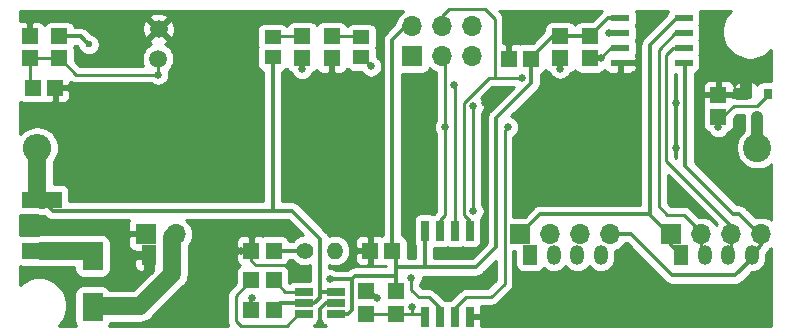
<source format=gtl>
G04 #@! TF.GenerationSoftware,KiCad,Pcbnew,(5.1.0)-1*
G04 #@! TF.CreationDate,2019-06-25T11:49:38+01:00*
G04 #@! TF.ProjectId,BMS_Cell_Module,424d535f-4365-46c6-9c5f-4d6f64756c65,3.0*
G04 #@! TF.SameCoordinates,Original*
G04 #@! TF.FileFunction,Copper,L1,Top*
G04 #@! TF.FilePolarity,Positive*
%FSLAX46Y46*%
G04 Gerber Fmt 4.6, Leading zero omitted, Abs format (unit mm)*
G04 Created by KiCad (PCBNEW (5.1.0)-1) date 2019-06-25 11:49:38*
%MOMM*%
%LPD*%
G04 APERTURE LIST*
%ADD10O,2.400000X2.400000*%
%ADD11C,2.400000*%
%ADD12R,3.400000X1.425000*%
%ADD13R,1.400000X1.325000*%
%ADD14R,1.700000X1.700000*%
%ADD15O,1.700000X1.700000*%
%ADD16R,1.800000X2.400000*%
%ADD17R,1.550000X0.600000*%
%ADD18R,0.650000X1.700000*%
%ADD19R,0.800000X0.900000*%
%ADD20C,1.500000*%
%ADD21R,1.325000X1.400000*%
%ADD22R,1.400000X1.150000*%
%ADD23R,1.200000X1.700000*%
%ADD24O,1.200000X1.700000*%
%ADD25C,1.400000*%
%ADD26O,1.400000X1.400000*%
%ADD27R,1.560000X0.650000*%
%ADD28C,0.650000*%
%ADD29C,0.600000*%
%ADD30C,0.350000*%
%ADD31C,1.000000*%
%ADD32C,0.250000*%
%ADD33C,1.500000*%
%ADD34C,0.254000*%
G04 APERTURE END LIST*
D10*
X110640000Y-83250000D03*
D11*
X171600000Y-83250000D03*
D12*
X111000000Y-87637500D03*
X111000000Y-91962500D03*
D13*
X133050000Y-75687500D03*
X133050000Y-73812500D03*
D14*
X164325000Y-90550000D03*
D15*
X166865000Y-90550000D03*
X169405000Y-90550000D03*
X171945000Y-90550000D03*
D16*
X115315000Y-96730000D03*
X115315000Y-92410000D03*
D13*
X154900000Y-75687500D03*
X154900000Y-73812500D03*
X157400000Y-75687500D03*
X157400000Y-73812500D03*
D17*
X165380000Y-72235000D03*
X165380000Y-73505000D03*
X165380000Y-74775000D03*
X165380000Y-76045000D03*
X159980000Y-76045000D03*
X159980000Y-74775000D03*
X159980000Y-73505000D03*
X159980000Y-72235000D03*
D18*
X143465000Y-90270000D03*
X144735000Y-90270000D03*
X146005000Y-90270000D03*
X147275000Y-90270000D03*
X147275000Y-97570000D03*
X146005000Y-97570000D03*
X144735000Y-97570000D03*
X143465000Y-97570000D03*
D19*
X171570000Y-80690000D03*
X170620000Y-78690000D03*
X172520000Y-78690000D03*
D20*
X120850000Y-75700000D03*
X120900000Y-73200000D03*
D21*
X128762500Y-96950000D03*
X130637500Y-96950000D03*
X110262500Y-78150000D03*
X112137500Y-78150000D03*
X150562500Y-75700000D03*
X152437500Y-75700000D03*
X140687500Y-91950000D03*
X138812500Y-91950000D03*
X130637500Y-94450000D03*
X128762500Y-94450000D03*
X130637500Y-91950000D03*
X128762500Y-91950000D03*
D22*
X130550000Y-75600000D03*
X130550000Y-73900000D03*
X138050000Y-73900000D03*
X138050000Y-75600000D03*
D13*
X135550000Y-75687500D03*
X135550000Y-73812500D03*
X141000000Y-97287500D03*
X141000000Y-95412500D03*
X138500000Y-97287500D03*
X138500000Y-95412500D03*
X112500000Y-73812500D03*
X112500000Y-75687500D03*
X110000000Y-73812500D03*
X110000000Y-75687500D03*
X168300000Y-78772500D03*
X168300000Y-80647500D03*
D23*
X152350000Y-92300000D03*
D24*
X154350000Y-92300000D03*
X156350000Y-92300000D03*
X158350000Y-92300000D03*
D23*
X165129762Y-92300000D03*
D24*
X167129762Y-92300000D03*
X169129762Y-92300000D03*
X171129762Y-92300000D03*
D14*
X142400000Y-75500000D03*
D15*
X142400000Y-72960000D03*
X144940000Y-75500000D03*
X144940000Y-72960000D03*
X147480000Y-75500000D03*
X147480000Y-72960000D03*
D25*
X133275000Y-91950000D03*
D26*
X135815000Y-91950000D03*
D23*
X120075000Y-92300000D03*
D24*
X122075000Y-92300000D03*
D27*
X135900000Y-97350000D03*
X135900000Y-96400000D03*
X135900000Y-95450000D03*
X133200000Y-95450000D03*
X133200000Y-97350000D03*
X133200000Y-96400000D03*
D15*
X159160000Y-90550000D03*
X156620000Y-90550000D03*
X154080000Y-90550000D03*
D14*
X151540000Y-90550000D03*
D15*
X122340000Y-90550000D03*
D14*
X119800000Y-90550000D03*
D28*
X117500000Y-79500000D03*
X117500000Y-83250000D03*
X117500000Y-87000000D03*
X122500000Y-79500000D03*
X122500000Y-87000000D03*
X122500000Y-83250000D03*
X127500000Y-79500000D03*
X127500000Y-83250000D03*
X127500000Y-87000000D03*
X132500000Y-83250000D03*
X132500000Y-79500000D03*
X137500000Y-79500000D03*
X137500000Y-83250000D03*
X137500000Y-87000000D03*
X143000000Y-83250000D03*
X143000000Y-87000000D03*
X143000000Y-79500000D03*
X148500000Y-83250000D03*
X148500000Y-87000000D03*
X148500000Y-79500000D03*
X153650000Y-83250000D03*
X153650000Y-87000000D03*
X153650000Y-79500000D03*
X159150000Y-83250000D03*
X159150000Y-87000000D03*
X159150000Y-79500000D03*
X164675000Y-83250000D03*
X164675000Y-87000000D03*
X132500000Y-87000000D03*
X128800000Y-96000000D03*
X134550000Y-98050000D03*
X160000000Y-92850000D03*
X147375000Y-94475000D03*
X164675000Y-79500000D03*
X148250000Y-97550000D03*
D29*
X169950000Y-78690000D03*
X170620000Y-77960000D03*
D28*
X127900000Y-91950000D03*
X139400000Y-96000000D03*
X152000000Y-73500000D03*
X150750000Y-73500000D03*
X153000000Y-73500000D03*
X135450000Y-94400000D03*
D29*
X115000000Y-74500000D03*
D28*
X120850000Y-77050000D03*
X142300000Y-94250000D03*
X138900000Y-76350000D03*
X145950000Y-77949994D03*
X145150000Y-81500000D03*
X158350000Y-75650000D03*
X150475000Y-81500000D03*
X168300000Y-81500000D03*
X133050000Y-76600000D03*
X159000000Y-73550000D03*
X151650000Y-77350000D03*
X154900000Y-76550000D03*
X142350000Y-96750000D03*
X147550000Y-79750000D03*
X147550000Y-88600000D03*
D30*
X128762500Y-96950000D02*
X128762500Y-96037500D01*
X128762500Y-96037500D02*
X128800000Y-96000000D01*
X134550000Y-96900000D02*
X134550000Y-98050000D01*
X135900000Y-96400000D02*
X135050000Y-96400000D01*
X135050000Y-96400000D02*
X134550000Y-96900000D01*
D31*
X120075000Y-92575000D02*
X120075000Y-92275000D01*
X170650000Y-78675000D02*
X169950000Y-78690000D01*
X170620000Y-77960000D02*
X170650000Y-78675000D01*
D32*
X128762500Y-91950000D02*
X128762500Y-92812500D01*
X128762500Y-92812500D02*
X129150000Y-93200000D01*
X129150000Y-93200000D02*
X132050000Y-93200000D01*
D30*
X138812500Y-95412500D02*
X138500000Y-95412500D01*
X139400000Y-96000000D02*
X138812500Y-95412500D01*
X140687500Y-95100000D02*
X141000000Y-95412500D01*
X133350000Y-91950000D02*
X130837500Y-91950000D01*
X133350000Y-91500000D02*
X133350000Y-91950000D01*
X137250000Y-94400000D02*
X137550000Y-94100000D01*
X137250000Y-97000000D02*
X137250000Y-94400000D01*
X135900000Y-97350000D02*
X136900000Y-97350000D01*
X136900000Y-97350000D02*
X137250000Y-97000000D01*
X137250000Y-94400000D02*
X135450000Y-94400000D01*
X154900000Y-73812500D02*
X157400000Y-73812500D01*
X140787500Y-91850000D02*
X140687500Y-91950000D01*
X143445000Y-90450000D02*
X143445000Y-93345000D01*
X143445000Y-93345000D02*
X143450000Y-93350000D01*
X141000000Y-92262500D02*
X140687500Y-91950000D01*
X137550000Y-94100000D02*
X141000000Y-94100000D01*
X141000000Y-95412500D02*
X141000000Y-94100000D01*
X143450000Y-93350000D02*
X141000000Y-93350000D01*
X141000000Y-94100000D02*
X141000000Y-93350000D01*
X141000000Y-93350000D02*
X141000000Y-92262500D01*
X147775000Y-93350000D02*
X143450000Y-93350000D01*
X149500000Y-91625000D02*
X147775000Y-93350000D01*
X149500000Y-80700000D02*
X149500000Y-91625000D01*
X152450000Y-77750000D02*
X149500000Y-80700000D01*
X152437500Y-75700000D02*
X152450000Y-75712500D01*
X152450000Y-75712500D02*
X152450000Y-77750000D01*
X154287500Y-73812500D02*
X154900000Y-73812500D01*
X152437500Y-75700000D02*
X152437500Y-75662500D01*
X152437500Y-75662500D02*
X154287500Y-73812500D01*
X157437500Y-73812500D02*
X157400000Y-73812500D01*
X159982185Y-72292358D02*
X158957642Y-72292358D01*
X158957642Y-72292358D02*
X157437500Y-73812500D01*
X140687500Y-74112500D02*
X140687500Y-91950000D01*
X142400000Y-72960000D02*
X141840000Y-72960000D01*
X141840000Y-72960000D02*
X140687500Y-74112500D01*
D33*
X114867500Y-91962500D02*
X115315000Y-92410000D01*
X111000000Y-91962500D02*
X114742500Y-91962500D01*
D32*
X130637500Y-73812500D02*
X130550000Y-73900000D01*
X133050000Y-73812500D02*
X130637500Y-73812500D01*
X137962500Y-73812500D02*
X138050000Y-73900000D01*
X135550000Y-73812500D02*
X137962500Y-73812500D01*
D33*
X122075000Y-90815000D02*
X122340000Y-90550000D01*
X122075000Y-92300000D02*
X122075000Y-90815000D01*
D30*
X114700001Y-74200001D02*
X115000000Y-74500000D01*
X114312500Y-73812500D02*
X114700001Y-74200001D01*
X112500000Y-73812500D02*
X114312500Y-73812500D01*
D33*
X115365000Y-96680000D02*
X115315000Y-96730000D01*
X122075000Y-93950000D02*
X119345000Y-96680000D01*
X122075000Y-92275000D02*
X122075000Y-93950000D01*
X119345000Y-96680000D02*
X115365000Y-96680000D01*
D32*
X112500000Y-75687500D02*
X110000000Y-75687500D01*
X120850000Y-77050000D02*
X120850000Y-75700000D01*
X144715000Y-96840000D02*
X144715000Y-97750000D01*
X143775000Y-95900000D02*
X144715000Y-96840000D01*
X142950000Y-95900000D02*
X143775000Y-95900000D01*
X142300000Y-94250000D02*
X142300000Y-95250000D01*
X142300000Y-95250000D02*
X142950000Y-95900000D01*
X110000000Y-77887500D02*
X110262500Y-78150000D01*
X110000000Y-75687500D02*
X110000000Y-77887500D01*
X113900000Y-77050000D02*
X120850000Y-77050000D01*
X112500000Y-75687500D02*
X112537500Y-75687500D01*
X112537500Y-75687500D02*
X113900000Y-77050000D01*
D30*
X164325000Y-91492334D02*
X165129762Y-92297096D01*
X164325000Y-90550000D02*
X164325000Y-91492334D01*
X162350000Y-88875000D02*
X162500000Y-88725000D01*
X151540000Y-90550000D02*
X153215000Y-88875000D01*
X153215000Y-88875000D02*
X162350000Y-88875000D01*
X164757642Y-72292358D02*
X165382185Y-72292358D01*
X162500000Y-88725000D02*
X162500000Y-74550000D01*
X162500000Y-74550000D02*
X164757642Y-72292358D01*
X164150000Y-90550000D02*
X164325000Y-90550000D01*
X162500000Y-88725000D02*
X162500000Y-88900000D01*
X162500000Y-88900000D02*
X164150000Y-90550000D01*
D32*
X166865000Y-92032334D02*
X167129762Y-92297096D01*
X166865000Y-90550000D02*
X166865000Y-92032334D01*
X166865000Y-90365000D02*
X166865000Y-90550000D01*
X164637642Y-73562358D02*
X163250000Y-74950000D01*
X165382185Y-73562358D02*
X164637642Y-73562358D01*
X163250000Y-74950000D02*
X163250000Y-88200000D01*
X163250000Y-88200000D02*
X163950000Y-88900000D01*
X163950000Y-88900000D02*
X165400000Y-88900000D01*
X165400000Y-88900000D02*
X166865000Y-90365000D01*
X169405000Y-92021858D02*
X169129762Y-92297096D01*
X169405000Y-90550000D02*
X169405000Y-92021858D01*
X169100000Y-90550000D02*
X169405000Y-90550000D01*
X164467642Y-74832358D02*
X165382185Y-74832358D01*
X163900000Y-75400000D02*
X164467642Y-74832358D01*
X163900000Y-84350000D02*
X163900000Y-75400000D01*
X169405000Y-90550000D02*
X169405000Y-89855000D01*
X169405000Y-89855000D02*
X163900000Y-84350000D01*
D30*
X171945000Y-90545000D02*
X171945000Y-90550000D01*
X171129762Y-92670238D02*
X171129762Y-92297096D01*
X169750000Y-94050000D02*
X171129762Y-92670238D01*
X164400000Y-94050000D02*
X169750000Y-94050000D01*
X160900000Y-90550000D02*
X164400000Y-94050000D01*
X160900000Y-90550000D02*
X159160000Y-90550000D01*
X171945000Y-91481858D02*
X171129762Y-92297096D01*
X171945000Y-90550000D02*
X171945000Y-91481858D01*
X165500000Y-76165000D02*
X165380000Y-76045000D01*
X165500000Y-84800000D02*
X165500000Y-76165000D01*
X169550000Y-88850000D02*
X165500000Y-84800000D01*
X170050000Y-88850000D02*
X169550000Y-88850000D01*
X171945000Y-90550000D02*
X171750000Y-90550000D01*
X171750000Y-90550000D02*
X170050000Y-88850000D01*
X131187500Y-96400000D02*
X130637500Y-96950000D01*
X133200000Y-96400000D02*
X131187500Y-96400000D01*
X135900000Y-95450000D02*
X134550000Y-95450000D01*
X110640000Y-83250000D02*
X111390000Y-84000000D01*
X134100000Y-96400000D02*
X133200000Y-96400000D01*
X134550000Y-95450000D02*
X134550000Y-95950000D01*
X134550000Y-95950000D02*
X134100000Y-96400000D01*
X130550000Y-75600000D02*
X130550000Y-88550000D01*
D33*
X110640000Y-87277500D02*
X111000000Y-87637500D01*
X110640000Y-83250000D02*
X110640000Y-87277500D01*
D30*
X134550000Y-90950000D02*
X134550000Y-95450000D01*
X132187500Y-88587500D02*
X134550000Y-90950000D01*
X111000000Y-87637500D02*
X111950000Y-88587500D01*
X111950000Y-88587500D02*
X132187500Y-88587500D01*
D32*
X128762500Y-94487500D02*
X128762500Y-94450000D01*
X132750000Y-97350000D02*
X131800000Y-98300000D01*
X133200000Y-97350000D02*
X132750000Y-97350000D01*
X131800000Y-98300000D02*
X127850000Y-98300000D01*
X127850000Y-98300000D02*
X127450000Y-97900000D01*
X127450000Y-97900000D02*
X127450000Y-95800000D01*
X127450000Y-95800000D02*
X128762500Y-94487500D01*
X131600000Y-95450000D02*
X133200000Y-95450000D01*
X130637500Y-94450000D02*
X130637500Y-94487500D01*
X130637500Y-94487500D02*
X131600000Y-95450000D01*
X138150000Y-75600000D02*
X138050000Y-75600000D01*
X138900000Y-76350000D02*
X138150000Y-75600000D01*
X145985000Y-90450000D02*
X146000000Y-90450000D01*
X146000000Y-90450000D02*
X145950000Y-90400000D01*
X146005000Y-78004994D02*
X145950000Y-77949994D01*
X146005000Y-90270000D02*
X146005000Y-78004994D01*
X144715000Y-89385000D02*
X144715000Y-90450000D01*
X145150000Y-81500000D02*
X145150000Y-88950000D01*
X145150000Y-88950000D02*
X144715000Y-89385000D01*
X159982185Y-74832358D02*
X159282358Y-74832358D01*
X159167642Y-74832358D02*
X159982185Y-74832358D01*
X158212500Y-75687500D02*
X158312500Y-75687500D01*
X158312500Y-75687500D02*
X159167642Y-74832358D01*
X157437500Y-75650000D02*
X157400000Y-75687500D01*
X158350000Y-75650000D02*
X157437500Y-75650000D01*
X145150000Y-75710000D02*
X144940000Y-75500000D01*
X145150000Y-81500000D02*
X145150000Y-75710000D01*
X145985000Y-96840000D02*
X145985000Y-97750000D01*
X150450000Y-81500000D02*
X150200000Y-81750000D01*
X150475000Y-81500000D02*
X150450000Y-81500000D01*
X150200000Y-81750000D02*
X150200000Y-94750000D01*
X150200000Y-94750000D02*
X149050000Y-95900000D01*
X149050000Y-95900000D02*
X146925000Y-95900000D01*
X146925000Y-95900000D02*
X145985000Y-96840000D01*
X168300000Y-80575000D02*
X168300000Y-81500000D01*
X168725000Y-80575000D02*
X168300000Y-80575000D01*
X169600000Y-79700000D02*
X168725000Y-80575000D01*
X172550000Y-78700000D02*
X171550000Y-79700000D01*
X171550000Y-79700000D02*
X169600000Y-79700000D01*
X133050000Y-76600000D02*
X133050000Y-75687500D01*
D31*
X171600000Y-83250000D02*
X171600000Y-80675000D01*
D32*
X159994543Y-73550000D02*
X159982185Y-73562358D01*
X159012358Y-73562358D02*
X159982185Y-73562358D01*
X159000000Y-73550000D02*
X159012358Y-73562358D01*
X147255000Y-89455000D02*
X147255000Y-90450000D01*
X146750000Y-88950000D02*
X147255000Y-89455000D01*
X146750000Y-79450000D02*
X146750000Y-88950000D01*
X148850000Y-77350000D02*
X146750000Y-79450000D01*
X154900000Y-75687500D02*
X154900000Y-76550000D01*
X151650000Y-77350000D02*
X149350000Y-77350000D01*
X149350000Y-77350000D02*
X148850000Y-77350000D01*
X149350000Y-72350000D02*
X149350000Y-77350000D01*
X148500000Y-71500000D02*
X149350000Y-72350000D01*
X145500000Y-71500000D02*
X148500000Y-71500000D01*
X144940000Y-72960000D02*
X144940000Y-72060000D01*
X144940000Y-72060000D02*
X145500000Y-71500000D01*
X141000000Y-97287500D02*
X138500000Y-97287500D01*
X143407500Y-97287500D02*
X143445000Y-97250000D01*
X140750000Y-97287500D02*
X142350000Y-97287500D01*
X142350000Y-97287500D02*
X143407500Y-97287500D01*
X142350000Y-96750000D02*
X142350000Y-97287500D01*
X147550000Y-88600000D02*
X147550000Y-79750000D01*
X147550000Y-88600000D02*
X147550000Y-88550000D01*
D34*
G36*
X109300000Y-88980033D02*
G01*
X110682122Y-88980033D01*
X110730060Y-88994575D01*
X111000000Y-89021162D01*
X111227096Y-88998795D01*
X111355044Y-89126743D01*
X111380157Y-89157343D01*
X111502277Y-89257565D01*
X111618728Y-89319809D01*
X111641603Y-89332036D01*
X111792780Y-89377895D01*
X111806215Y-89379218D01*
X111910606Y-89389500D01*
X111910614Y-89389500D01*
X111950000Y-89393379D01*
X111989386Y-89389500D01*
X118395947Y-89389500D01*
X118360498Y-89455820D01*
X118324188Y-89575518D01*
X118311928Y-89700000D01*
X118315000Y-90264250D01*
X118473750Y-90423000D01*
X119673000Y-90423000D01*
X119673000Y-90403000D01*
X119927000Y-90403000D01*
X119927000Y-90423000D01*
X119947000Y-90423000D01*
X119947000Y-90677000D01*
X119927000Y-90677000D01*
X119927000Y-90815000D01*
X119751998Y-90815000D01*
X119751998Y-90973748D01*
X119673000Y-90894750D01*
X119673000Y-90677000D01*
X118473750Y-90677000D01*
X118315000Y-90835750D01*
X118311928Y-91400000D01*
X118324188Y-91524482D01*
X118360498Y-91644180D01*
X118419463Y-91754494D01*
X118498815Y-91851185D01*
X118595506Y-91930537D01*
X118705820Y-91989502D01*
X118825518Y-92025812D01*
X118950000Y-92038072D01*
X119514250Y-92035000D01*
X119572250Y-91977000D01*
X119752000Y-91977000D01*
X119752000Y-91957000D01*
X120007750Y-91957000D01*
X120085750Y-92035000D01*
X120418000Y-92036809D01*
X120418000Y-92623000D01*
X120398000Y-92623000D01*
X120398000Y-93626250D01*
X120424689Y-93652939D01*
X118774629Y-95303000D01*
X116801353Y-95303000D01*
X116797075Y-95288897D01*
X116738853Y-95179972D01*
X116660501Y-95084499D01*
X116565028Y-95006147D01*
X116456103Y-94947925D01*
X116337913Y-94912073D01*
X116215000Y-94899967D01*
X114415000Y-94899967D01*
X114292087Y-94912073D01*
X114173897Y-94947925D01*
X114064972Y-95006147D01*
X113969499Y-95084499D01*
X113891147Y-95179972D01*
X113832925Y-95288897D01*
X113797073Y-95407087D01*
X113784967Y-95530000D01*
X113784967Y-97930000D01*
X113797073Y-98052913D01*
X113832925Y-98171103D01*
X113891147Y-98280028D01*
X113905896Y-98298000D01*
X112463585Y-98298000D01*
X112646336Y-98115249D01*
X112906470Y-97725932D01*
X113085653Y-97293345D01*
X113177000Y-96834114D01*
X113177000Y-96365886D01*
X113085653Y-95906655D01*
X112906470Y-95474068D01*
X112646336Y-95084751D01*
X112315249Y-94753664D01*
X111925932Y-94493530D01*
X111493345Y-94314347D01*
X111034114Y-94223000D01*
X110565886Y-94223000D01*
X110106655Y-94314347D01*
X109674068Y-94493530D01*
X109284751Y-94753664D01*
X109202000Y-94836415D01*
X109202000Y-93295381D01*
X109300000Y-93305033D01*
X110682122Y-93305033D01*
X110730061Y-93319575D01*
X110932360Y-93339500D01*
X113784967Y-93339500D01*
X113784967Y-93610000D01*
X113797073Y-93732913D01*
X113832925Y-93851103D01*
X113891147Y-93960028D01*
X113969499Y-94055501D01*
X114064972Y-94133853D01*
X114173897Y-94192075D01*
X114292087Y-94227927D01*
X114415000Y-94240033D01*
X116215000Y-94240033D01*
X116337913Y-94227927D01*
X116456103Y-94192075D01*
X116565028Y-94133853D01*
X116660501Y-94055501D01*
X116738853Y-93960028D01*
X116797075Y-93851103D01*
X116832927Y-93732913D01*
X116845033Y-93610000D01*
X116845033Y-93150000D01*
X118836928Y-93150000D01*
X118849188Y-93274482D01*
X118885498Y-93394180D01*
X118944463Y-93504494D01*
X119023815Y-93601185D01*
X119120506Y-93680537D01*
X119230820Y-93739502D01*
X119350518Y-93775812D01*
X119475000Y-93788072D01*
X119593250Y-93785000D01*
X119752000Y-93626250D01*
X119752000Y-92623000D01*
X118998750Y-92623000D01*
X118840000Y-92781750D01*
X118836928Y-93150000D01*
X116845033Y-93150000D01*
X116845033Y-91210000D01*
X116832927Y-91087087D01*
X116797075Y-90968897D01*
X116738853Y-90859972D01*
X116660501Y-90764499D01*
X116565028Y-90686147D01*
X116456103Y-90627925D01*
X116337913Y-90592073D01*
X116215000Y-90579967D01*
X114878963Y-90579967D01*
X114867500Y-90578838D01*
X114856037Y-90579967D01*
X114415000Y-90579967D01*
X114358823Y-90585500D01*
X110932360Y-90585500D01*
X110730061Y-90605425D01*
X110682122Y-90619967D01*
X109300000Y-90619967D01*
X109202000Y-90629619D01*
X109202000Y-88970381D01*
X109300000Y-88980033D01*
X109300000Y-88980033D01*
G37*
X109300000Y-88980033D02*
X110682122Y-88980033D01*
X110730060Y-88994575D01*
X111000000Y-89021162D01*
X111227096Y-88998795D01*
X111355044Y-89126743D01*
X111380157Y-89157343D01*
X111502277Y-89257565D01*
X111618728Y-89319809D01*
X111641603Y-89332036D01*
X111792780Y-89377895D01*
X111806215Y-89379218D01*
X111910606Y-89389500D01*
X111910614Y-89389500D01*
X111950000Y-89393379D01*
X111989386Y-89389500D01*
X118395947Y-89389500D01*
X118360498Y-89455820D01*
X118324188Y-89575518D01*
X118311928Y-89700000D01*
X118315000Y-90264250D01*
X118473750Y-90423000D01*
X119673000Y-90423000D01*
X119673000Y-90403000D01*
X119927000Y-90403000D01*
X119927000Y-90423000D01*
X119947000Y-90423000D01*
X119947000Y-90677000D01*
X119927000Y-90677000D01*
X119927000Y-90815000D01*
X119751998Y-90815000D01*
X119751998Y-90973748D01*
X119673000Y-90894750D01*
X119673000Y-90677000D01*
X118473750Y-90677000D01*
X118315000Y-90835750D01*
X118311928Y-91400000D01*
X118324188Y-91524482D01*
X118360498Y-91644180D01*
X118419463Y-91754494D01*
X118498815Y-91851185D01*
X118595506Y-91930537D01*
X118705820Y-91989502D01*
X118825518Y-92025812D01*
X118950000Y-92038072D01*
X119514250Y-92035000D01*
X119572250Y-91977000D01*
X119752000Y-91977000D01*
X119752000Y-91957000D01*
X120007750Y-91957000D01*
X120085750Y-92035000D01*
X120418000Y-92036809D01*
X120418000Y-92623000D01*
X120398000Y-92623000D01*
X120398000Y-93626250D01*
X120424689Y-93652939D01*
X118774629Y-95303000D01*
X116801353Y-95303000D01*
X116797075Y-95288897D01*
X116738853Y-95179972D01*
X116660501Y-95084499D01*
X116565028Y-95006147D01*
X116456103Y-94947925D01*
X116337913Y-94912073D01*
X116215000Y-94899967D01*
X114415000Y-94899967D01*
X114292087Y-94912073D01*
X114173897Y-94947925D01*
X114064972Y-95006147D01*
X113969499Y-95084499D01*
X113891147Y-95179972D01*
X113832925Y-95288897D01*
X113797073Y-95407087D01*
X113784967Y-95530000D01*
X113784967Y-97930000D01*
X113797073Y-98052913D01*
X113832925Y-98171103D01*
X113891147Y-98280028D01*
X113905896Y-98298000D01*
X112463585Y-98298000D01*
X112646336Y-98115249D01*
X112906470Y-97725932D01*
X113085653Y-97293345D01*
X113177000Y-96834114D01*
X113177000Y-96365886D01*
X113085653Y-95906655D01*
X112906470Y-95474068D01*
X112646336Y-95084751D01*
X112315249Y-94753664D01*
X111925932Y-94493530D01*
X111493345Y-94314347D01*
X111034114Y-94223000D01*
X110565886Y-94223000D01*
X110106655Y-94314347D01*
X109674068Y-94493530D01*
X109284751Y-94753664D01*
X109202000Y-94836415D01*
X109202000Y-93295381D01*
X109300000Y-93305033D01*
X110682122Y-93305033D01*
X110730061Y-93319575D01*
X110932360Y-93339500D01*
X113784967Y-93339500D01*
X113784967Y-93610000D01*
X113797073Y-93732913D01*
X113832925Y-93851103D01*
X113891147Y-93960028D01*
X113969499Y-94055501D01*
X114064972Y-94133853D01*
X114173897Y-94192075D01*
X114292087Y-94227927D01*
X114415000Y-94240033D01*
X116215000Y-94240033D01*
X116337913Y-94227927D01*
X116456103Y-94192075D01*
X116565028Y-94133853D01*
X116660501Y-94055501D01*
X116738853Y-93960028D01*
X116797075Y-93851103D01*
X116832927Y-93732913D01*
X116845033Y-93610000D01*
X116845033Y-93150000D01*
X118836928Y-93150000D01*
X118849188Y-93274482D01*
X118885498Y-93394180D01*
X118944463Y-93504494D01*
X119023815Y-93601185D01*
X119120506Y-93680537D01*
X119230820Y-93739502D01*
X119350518Y-93775812D01*
X119475000Y-93788072D01*
X119593250Y-93785000D01*
X119752000Y-93626250D01*
X119752000Y-92623000D01*
X118998750Y-92623000D01*
X118840000Y-92781750D01*
X118836928Y-93150000D01*
X116845033Y-93150000D01*
X116845033Y-91210000D01*
X116832927Y-91087087D01*
X116797075Y-90968897D01*
X116738853Y-90859972D01*
X116660501Y-90764499D01*
X116565028Y-90686147D01*
X116456103Y-90627925D01*
X116337913Y-90592073D01*
X116215000Y-90579967D01*
X114878963Y-90579967D01*
X114867500Y-90578838D01*
X114856037Y-90579967D01*
X114415000Y-90579967D01*
X114358823Y-90585500D01*
X110932360Y-90585500D01*
X110730061Y-90605425D01*
X110682122Y-90619967D01*
X109300000Y-90619967D01*
X109202000Y-90629619D01*
X109202000Y-88970381D01*
X109300000Y-88980033D01*
G36*
X133098010Y-90632208D02*
G01*
X132887928Y-90673996D01*
X132646430Y-90774028D01*
X132429087Y-90919252D01*
X132244252Y-91104087D01*
X132214910Y-91148000D01*
X131919987Y-91148000D01*
X131917927Y-91127087D01*
X131882075Y-91008897D01*
X131823853Y-90899972D01*
X131745501Y-90804499D01*
X131650028Y-90726147D01*
X131541103Y-90667925D01*
X131422913Y-90632073D01*
X131300000Y-90619967D01*
X129975000Y-90619967D01*
X129852087Y-90632073D01*
X129733897Y-90667925D01*
X129708486Y-90681508D01*
X129669180Y-90660498D01*
X129549482Y-90624188D01*
X129425000Y-90611928D01*
X129048250Y-90615000D01*
X128889500Y-90773750D01*
X128889500Y-91823000D01*
X128909500Y-91823000D01*
X128909500Y-92077000D01*
X128889500Y-92077000D01*
X128889500Y-92097000D01*
X128635500Y-92097000D01*
X128635500Y-92077000D01*
X127623750Y-92077000D01*
X127465000Y-92235750D01*
X127461928Y-92650000D01*
X127474188Y-92774482D01*
X127510498Y-92894180D01*
X127569463Y-93004494D01*
X127648815Y-93101185D01*
X127745506Y-93180537D01*
X127790404Y-93204536D01*
X127749972Y-93226147D01*
X127654499Y-93304499D01*
X127576147Y-93399972D01*
X127517925Y-93508897D01*
X127482073Y-93627087D01*
X127469967Y-93750000D01*
X127469967Y-94716545D01*
X126944375Y-95242137D01*
X126915684Y-95265683D01*
X126892138Y-95294374D01*
X126892137Y-95294375D01*
X126821710Y-95380190D01*
X126751882Y-95510831D01*
X126725616Y-95597418D01*
X126712929Y-95639243D01*
X126708882Y-95652583D01*
X126694362Y-95800000D01*
X126698001Y-95836945D01*
X126698000Y-97863064D01*
X126694362Y-97900000D01*
X126698000Y-97936935D01*
X126698000Y-97936937D01*
X126708881Y-98047417D01*
X126751882Y-98189169D01*
X126810052Y-98298000D01*
X116724104Y-98298000D01*
X116738853Y-98280028D01*
X116797075Y-98171103D01*
X116831687Y-98057000D01*
X119277360Y-98057000D01*
X119345000Y-98063662D01*
X119614939Y-98037075D01*
X119701454Y-98010831D01*
X119874505Y-97958337D01*
X120113721Y-97830473D01*
X120323397Y-97658397D01*
X120366521Y-97605850D01*
X123000855Y-94971517D01*
X123053397Y-94928397D01*
X123225473Y-94718721D01*
X123353337Y-94479505D01*
X123359002Y-94460830D01*
X123432075Y-94219940D01*
X123458662Y-93950001D01*
X123452000Y-93882361D01*
X123452000Y-91523232D01*
X123574022Y-91374547D01*
X123640593Y-91250000D01*
X127461928Y-91250000D01*
X127465000Y-91664250D01*
X127623750Y-91823000D01*
X128635500Y-91823000D01*
X128635500Y-90773750D01*
X128476750Y-90615000D01*
X128100000Y-90611928D01*
X127975518Y-90624188D01*
X127855820Y-90660498D01*
X127745506Y-90719463D01*
X127648815Y-90798815D01*
X127569463Y-90895506D01*
X127510498Y-91005820D01*
X127474188Y-91125518D01*
X127461928Y-91250000D01*
X123640593Y-91250000D01*
X123711172Y-91117958D01*
X123795629Y-90839543D01*
X123824146Y-90550000D01*
X123795629Y-90260457D01*
X123711172Y-89982042D01*
X123574022Y-89725453D01*
X123389450Y-89500550D01*
X123254134Y-89389500D01*
X131855302Y-89389500D01*
X133098010Y-90632208D01*
X133098010Y-90632208D01*
G37*
X133098010Y-90632208D02*
X132887928Y-90673996D01*
X132646430Y-90774028D01*
X132429087Y-90919252D01*
X132244252Y-91104087D01*
X132214910Y-91148000D01*
X131919987Y-91148000D01*
X131917927Y-91127087D01*
X131882075Y-91008897D01*
X131823853Y-90899972D01*
X131745501Y-90804499D01*
X131650028Y-90726147D01*
X131541103Y-90667925D01*
X131422913Y-90632073D01*
X131300000Y-90619967D01*
X129975000Y-90619967D01*
X129852087Y-90632073D01*
X129733897Y-90667925D01*
X129708486Y-90681508D01*
X129669180Y-90660498D01*
X129549482Y-90624188D01*
X129425000Y-90611928D01*
X129048250Y-90615000D01*
X128889500Y-90773750D01*
X128889500Y-91823000D01*
X128909500Y-91823000D01*
X128909500Y-92077000D01*
X128889500Y-92077000D01*
X128889500Y-92097000D01*
X128635500Y-92097000D01*
X128635500Y-92077000D01*
X127623750Y-92077000D01*
X127465000Y-92235750D01*
X127461928Y-92650000D01*
X127474188Y-92774482D01*
X127510498Y-92894180D01*
X127569463Y-93004494D01*
X127648815Y-93101185D01*
X127745506Y-93180537D01*
X127790404Y-93204536D01*
X127749972Y-93226147D01*
X127654499Y-93304499D01*
X127576147Y-93399972D01*
X127517925Y-93508897D01*
X127482073Y-93627087D01*
X127469967Y-93750000D01*
X127469967Y-94716545D01*
X126944375Y-95242137D01*
X126915684Y-95265683D01*
X126892138Y-95294374D01*
X126892137Y-95294375D01*
X126821710Y-95380190D01*
X126751882Y-95510831D01*
X126725616Y-95597418D01*
X126712929Y-95639243D01*
X126708882Y-95652583D01*
X126694362Y-95800000D01*
X126698001Y-95836945D01*
X126698000Y-97863064D01*
X126694362Y-97900000D01*
X126698000Y-97936935D01*
X126698000Y-97936937D01*
X126708881Y-98047417D01*
X126751882Y-98189169D01*
X126810052Y-98298000D01*
X116724104Y-98298000D01*
X116738853Y-98280028D01*
X116797075Y-98171103D01*
X116831687Y-98057000D01*
X119277360Y-98057000D01*
X119345000Y-98063662D01*
X119614939Y-98037075D01*
X119701454Y-98010831D01*
X119874505Y-97958337D01*
X120113721Y-97830473D01*
X120323397Y-97658397D01*
X120366521Y-97605850D01*
X123000855Y-94971517D01*
X123053397Y-94928397D01*
X123225473Y-94718721D01*
X123353337Y-94479505D01*
X123359002Y-94460830D01*
X123432075Y-94219940D01*
X123458662Y-93950001D01*
X123452000Y-93882361D01*
X123452000Y-91523232D01*
X123574022Y-91374547D01*
X123640593Y-91250000D01*
X127461928Y-91250000D01*
X127465000Y-91664250D01*
X127623750Y-91823000D01*
X128635500Y-91823000D01*
X128635500Y-90773750D01*
X128476750Y-90615000D01*
X128100000Y-90611928D01*
X127975518Y-90624188D01*
X127855820Y-90660498D01*
X127745506Y-90719463D01*
X127648815Y-90798815D01*
X127569463Y-90895506D01*
X127510498Y-91005820D01*
X127474188Y-91125518D01*
X127461928Y-91250000D01*
X123640593Y-91250000D01*
X123711172Y-91117958D01*
X123795629Y-90839543D01*
X123824146Y-90550000D01*
X123795629Y-90260457D01*
X123711172Y-89982042D01*
X123574022Y-89725453D01*
X123389450Y-89500550D01*
X123254134Y-89389500D01*
X131855302Y-89389500D01*
X133098010Y-90632208D01*
G36*
X134596147Y-98025028D02*
G01*
X134674499Y-98120501D01*
X134769972Y-98198853D01*
X134878897Y-98257075D01*
X134997087Y-98292927D01*
X135048593Y-98298000D01*
X134051407Y-98298000D01*
X134102913Y-98292927D01*
X134221103Y-98257075D01*
X134330028Y-98198853D01*
X134425501Y-98120501D01*
X134503853Y-98025028D01*
X134550000Y-97938694D01*
X134596147Y-98025028D01*
X134596147Y-98025028D01*
G37*
X134596147Y-98025028D02*
X134674499Y-98120501D01*
X134769972Y-98198853D01*
X134878897Y-98257075D01*
X134997087Y-98292927D01*
X135048593Y-98298000D01*
X134051407Y-98298000D01*
X134102913Y-98292927D01*
X134221103Y-98257075D01*
X134330028Y-98198853D01*
X134425501Y-98120501D01*
X134503853Y-98025028D01*
X134550000Y-97938694D01*
X134596147Y-98025028D01*
G36*
X163805049Y-94589249D02*
G01*
X163830157Y-94619843D01*
X163860751Y-94644951D01*
X163860755Y-94644955D01*
X163891082Y-94669843D01*
X163952277Y-94720065D01*
X164091603Y-94794536D01*
X164196921Y-94826484D01*
X164242780Y-94840395D01*
X164257471Y-94841842D01*
X164360606Y-94852000D01*
X164360613Y-94852000D01*
X164399999Y-94855879D01*
X164439385Y-94852000D01*
X169710614Y-94852000D01*
X169750000Y-94855879D01*
X169789386Y-94852000D01*
X169789394Y-94852000D01*
X169907219Y-94840395D01*
X170058397Y-94794536D01*
X170197723Y-94720065D01*
X170319843Y-94619843D01*
X170344960Y-94589238D01*
X171153612Y-93780587D01*
X171370296Y-93759245D01*
X171601586Y-93689084D01*
X171814745Y-93575149D01*
X172001579Y-93421817D01*
X172154911Y-93234983D01*
X172268846Y-93021823D01*
X172339007Y-92790533D01*
X172356762Y-92610267D01*
X172356762Y-92204295D01*
X172484243Y-92076814D01*
X172514843Y-92051701D01*
X172615065Y-91929581D01*
X172662198Y-91841402D01*
X172769547Y-91784022D01*
X172798000Y-91760671D01*
X172798000Y-98298000D01*
X148237408Y-98298000D01*
X148235000Y-97855750D01*
X148076250Y-97697000D01*
X147402000Y-97697000D01*
X147402000Y-97717000D01*
X147148000Y-97717000D01*
X147148000Y-97697000D01*
X147128000Y-97697000D01*
X147128000Y-97443000D01*
X147148000Y-97443000D01*
X147148000Y-97423000D01*
X147402000Y-97423000D01*
X147402000Y-97443000D01*
X148076250Y-97443000D01*
X148235000Y-97284250D01*
X148238072Y-96720000D01*
X148231375Y-96652000D01*
X149013065Y-96652000D01*
X149050000Y-96655638D01*
X149086935Y-96652000D01*
X149086938Y-96652000D01*
X149197418Y-96641119D01*
X149339170Y-96598118D01*
X149469810Y-96528290D01*
X149584317Y-96434317D01*
X149607867Y-96405621D01*
X150705621Y-95307867D01*
X150734317Y-95284317D01*
X150828290Y-95169810D01*
X150898118Y-95039170D01*
X150941119Y-94897418D01*
X150952000Y-94786938D01*
X150952000Y-94786936D01*
X150955638Y-94750000D01*
X150952000Y-94713065D01*
X150952000Y-92030033D01*
X151119967Y-92030033D01*
X151119967Y-93150000D01*
X151132073Y-93272913D01*
X151167925Y-93391103D01*
X151226147Y-93500028D01*
X151304499Y-93595501D01*
X151399972Y-93673853D01*
X151508897Y-93732075D01*
X151627087Y-93767927D01*
X151750000Y-93780033D01*
X152950000Y-93780033D01*
X153072913Y-93767927D01*
X153191103Y-93732075D01*
X153300028Y-93673853D01*
X153395501Y-93595501D01*
X153473853Y-93500028D01*
X153504232Y-93443194D01*
X153665018Y-93575149D01*
X153878177Y-93689084D01*
X154109467Y-93759245D01*
X154350000Y-93782936D01*
X154590534Y-93759245D01*
X154821824Y-93689084D01*
X155034983Y-93575149D01*
X155221817Y-93421817D01*
X155350001Y-93265626D01*
X155478184Y-93421817D01*
X155665018Y-93575149D01*
X155878177Y-93689084D01*
X156109467Y-93759245D01*
X156350000Y-93782936D01*
X156590534Y-93759245D01*
X156821824Y-93689084D01*
X157034983Y-93575149D01*
X157221817Y-93421817D01*
X157350001Y-93265626D01*
X157478184Y-93421817D01*
X157665018Y-93575149D01*
X157878177Y-93689084D01*
X158109467Y-93759245D01*
X158350000Y-93782936D01*
X158590534Y-93759245D01*
X158821824Y-93689084D01*
X159034983Y-93575149D01*
X159221817Y-93421817D01*
X159375149Y-93234983D01*
X159489084Y-93021823D01*
X159559245Y-92790533D01*
X159577000Y-92610267D01*
X159577000Y-91989732D01*
X159574823Y-91967626D01*
X159727958Y-91921172D01*
X159984547Y-91784022D01*
X160209450Y-91599450D01*
X160394022Y-91374547D01*
X160406074Y-91352000D01*
X160567802Y-91352000D01*
X163805049Y-94589249D01*
X163805049Y-94589249D01*
G37*
X163805049Y-94589249D02*
X163830157Y-94619843D01*
X163860751Y-94644951D01*
X163860755Y-94644955D01*
X163891082Y-94669843D01*
X163952277Y-94720065D01*
X164091603Y-94794536D01*
X164196921Y-94826484D01*
X164242780Y-94840395D01*
X164257471Y-94841842D01*
X164360606Y-94852000D01*
X164360613Y-94852000D01*
X164399999Y-94855879D01*
X164439385Y-94852000D01*
X169710614Y-94852000D01*
X169750000Y-94855879D01*
X169789386Y-94852000D01*
X169789394Y-94852000D01*
X169907219Y-94840395D01*
X170058397Y-94794536D01*
X170197723Y-94720065D01*
X170319843Y-94619843D01*
X170344960Y-94589238D01*
X171153612Y-93780587D01*
X171370296Y-93759245D01*
X171601586Y-93689084D01*
X171814745Y-93575149D01*
X172001579Y-93421817D01*
X172154911Y-93234983D01*
X172268846Y-93021823D01*
X172339007Y-92790533D01*
X172356762Y-92610267D01*
X172356762Y-92204295D01*
X172484243Y-92076814D01*
X172514843Y-92051701D01*
X172615065Y-91929581D01*
X172662198Y-91841402D01*
X172769547Y-91784022D01*
X172798000Y-91760671D01*
X172798000Y-98298000D01*
X148237408Y-98298000D01*
X148235000Y-97855750D01*
X148076250Y-97697000D01*
X147402000Y-97697000D01*
X147402000Y-97717000D01*
X147148000Y-97717000D01*
X147148000Y-97697000D01*
X147128000Y-97697000D01*
X147128000Y-97443000D01*
X147148000Y-97443000D01*
X147148000Y-97423000D01*
X147402000Y-97423000D01*
X147402000Y-97443000D01*
X148076250Y-97443000D01*
X148235000Y-97284250D01*
X148238072Y-96720000D01*
X148231375Y-96652000D01*
X149013065Y-96652000D01*
X149050000Y-96655638D01*
X149086935Y-96652000D01*
X149086938Y-96652000D01*
X149197418Y-96641119D01*
X149339170Y-96598118D01*
X149469810Y-96528290D01*
X149584317Y-96434317D01*
X149607867Y-96405621D01*
X150705621Y-95307867D01*
X150734317Y-95284317D01*
X150828290Y-95169810D01*
X150898118Y-95039170D01*
X150941119Y-94897418D01*
X150952000Y-94786938D01*
X150952000Y-94786936D01*
X150955638Y-94750000D01*
X150952000Y-94713065D01*
X150952000Y-92030033D01*
X151119967Y-92030033D01*
X151119967Y-93150000D01*
X151132073Y-93272913D01*
X151167925Y-93391103D01*
X151226147Y-93500028D01*
X151304499Y-93595501D01*
X151399972Y-93673853D01*
X151508897Y-93732075D01*
X151627087Y-93767927D01*
X151750000Y-93780033D01*
X152950000Y-93780033D01*
X153072913Y-93767927D01*
X153191103Y-93732075D01*
X153300028Y-93673853D01*
X153395501Y-93595501D01*
X153473853Y-93500028D01*
X153504232Y-93443194D01*
X153665018Y-93575149D01*
X153878177Y-93689084D01*
X154109467Y-93759245D01*
X154350000Y-93782936D01*
X154590534Y-93759245D01*
X154821824Y-93689084D01*
X155034983Y-93575149D01*
X155221817Y-93421817D01*
X155350001Y-93265626D01*
X155478184Y-93421817D01*
X155665018Y-93575149D01*
X155878177Y-93689084D01*
X156109467Y-93759245D01*
X156350000Y-93782936D01*
X156590534Y-93759245D01*
X156821824Y-93689084D01*
X157034983Y-93575149D01*
X157221817Y-93421817D01*
X157350001Y-93265626D01*
X157478184Y-93421817D01*
X157665018Y-93575149D01*
X157878177Y-93689084D01*
X158109467Y-93759245D01*
X158350000Y-93782936D01*
X158590534Y-93759245D01*
X158821824Y-93689084D01*
X159034983Y-93575149D01*
X159221817Y-93421817D01*
X159375149Y-93234983D01*
X159489084Y-93021823D01*
X159559245Y-92790533D01*
X159577000Y-92610267D01*
X159577000Y-91989732D01*
X159574823Y-91967626D01*
X159727958Y-91921172D01*
X159984547Y-91784022D01*
X160209450Y-91599450D01*
X160394022Y-91374547D01*
X160406074Y-91352000D01*
X160567802Y-91352000D01*
X163805049Y-94589249D01*
G36*
X128889500Y-96823000D02*
G01*
X128909500Y-96823000D01*
X128909500Y-97077000D01*
X128889500Y-97077000D01*
X128889500Y-97097000D01*
X128635500Y-97097000D01*
X128635500Y-97077000D01*
X128615500Y-97077000D01*
X128615500Y-96823000D01*
X128635500Y-96823000D01*
X128635500Y-96803000D01*
X128889500Y-96803000D01*
X128889500Y-96823000D01*
X128889500Y-96823000D01*
G37*
X128889500Y-96823000D02*
X128909500Y-96823000D01*
X128909500Y-97077000D01*
X128889500Y-97077000D01*
X128889500Y-97097000D01*
X128635500Y-97097000D01*
X128635500Y-97077000D01*
X128615500Y-97077000D01*
X128615500Y-96823000D01*
X128635500Y-96823000D01*
X128635500Y-96803000D01*
X128889500Y-96803000D01*
X128889500Y-96823000D01*
G36*
X149448001Y-94438511D02*
G01*
X148738512Y-95148000D01*
X146961935Y-95148000D01*
X146925000Y-95144362D01*
X146888064Y-95148000D01*
X146888062Y-95148000D01*
X146777582Y-95158881D01*
X146635830Y-95201882D01*
X146505190Y-95271710D01*
X146390683Y-95365683D01*
X146367137Y-95394374D01*
X145670621Y-96090891D01*
X145557087Y-96102073D01*
X145438897Y-96137925D01*
X145370000Y-96174751D01*
X145301103Y-96137925D01*
X145182913Y-96102073D01*
X145060000Y-96089967D01*
X145028456Y-96089967D01*
X144332867Y-95394379D01*
X144309317Y-95365683D01*
X144194810Y-95271710D01*
X144064170Y-95201882D01*
X143922418Y-95158881D01*
X143811938Y-95148000D01*
X143811935Y-95148000D01*
X143775000Y-95144362D01*
X143738065Y-95148000D01*
X143261489Y-95148000D01*
X143052000Y-94938512D01*
X143052000Y-94838106D01*
X143143651Y-94700941D01*
X143215415Y-94527688D01*
X143252000Y-94343764D01*
X143252000Y-94156236D01*
X143251157Y-94152000D01*
X143410613Y-94152000D01*
X143449999Y-94155879D01*
X143489385Y-94152000D01*
X147735614Y-94152000D01*
X147775000Y-94155879D01*
X147814386Y-94152000D01*
X147814394Y-94152000D01*
X147932219Y-94140395D01*
X148083397Y-94094536D01*
X148222723Y-94020065D01*
X148344843Y-93919843D01*
X148369960Y-93889238D01*
X149448001Y-92811198D01*
X149448001Y-94438511D01*
X149448001Y-94438511D01*
G37*
X149448001Y-94438511D02*
X148738512Y-95148000D01*
X146961935Y-95148000D01*
X146925000Y-95144362D01*
X146888064Y-95148000D01*
X146888062Y-95148000D01*
X146777582Y-95158881D01*
X146635830Y-95201882D01*
X146505190Y-95271710D01*
X146390683Y-95365683D01*
X146367137Y-95394374D01*
X145670621Y-96090891D01*
X145557087Y-96102073D01*
X145438897Y-96137925D01*
X145370000Y-96174751D01*
X145301103Y-96137925D01*
X145182913Y-96102073D01*
X145060000Y-96089967D01*
X145028456Y-96089967D01*
X144332867Y-95394379D01*
X144309317Y-95365683D01*
X144194810Y-95271710D01*
X144064170Y-95201882D01*
X143922418Y-95158881D01*
X143811938Y-95148000D01*
X143811935Y-95148000D01*
X143775000Y-95144362D01*
X143738065Y-95148000D01*
X143261489Y-95148000D01*
X143052000Y-94938512D01*
X143052000Y-94838106D01*
X143143651Y-94700941D01*
X143215415Y-94527688D01*
X143252000Y-94343764D01*
X143252000Y-94156236D01*
X143251157Y-94152000D01*
X143410613Y-94152000D01*
X143449999Y-94155879D01*
X143489385Y-94152000D01*
X147735614Y-94152000D01*
X147775000Y-94155879D01*
X147814386Y-94152000D01*
X147814394Y-94152000D01*
X147932219Y-94140395D01*
X148083397Y-94094536D01*
X148222723Y-94020065D01*
X148344843Y-93919843D01*
X148369960Y-93889238D01*
X149448001Y-92811198D01*
X149448001Y-94438511D01*
G36*
X138627000Y-95285500D02*
G01*
X138647000Y-95285500D01*
X138647000Y-95539500D01*
X138627000Y-95539500D01*
X138627000Y-95559500D01*
X138373000Y-95559500D01*
X138373000Y-95539500D01*
X138353000Y-95539500D01*
X138353000Y-95285500D01*
X138373000Y-95285500D01*
X138373000Y-95265500D01*
X138627000Y-95265500D01*
X138627000Y-95285500D01*
X138627000Y-95285500D01*
G37*
X138627000Y-95285500D02*
X138647000Y-95285500D01*
X138647000Y-95539500D01*
X138627000Y-95539500D01*
X138627000Y-95559500D01*
X138373000Y-95559500D01*
X138373000Y-95539500D01*
X138353000Y-95539500D01*
X138353000Y-95285500D01*
X138373000Y-95285500D01*
X138373000Y-95265500D01*
X138627000Y-95265500D01*
X138627000Y-95285500D01*
G36*
X132244252Y-92795913D02*
G01*
X132429087Y-92980748D01*
X132646430Y-93125972D01*
X132887928Y-93226004D01*
X133144302Y-93277000D01*
X133405698Y-93277000D01*
X133662072Y-93226004D01*
X133748000Y-93190411D01*
X133748001Y-94494967D01*
X132420000Y-94494967D01*
X132297087Y-94507073D01*
X132178897Y-94542925D01*
X132069972Y-94601147D01*
X131974499Y-94679499D01*
X131959316Y-94698000D01*
X131930033Y-94698000D01*
X131930033Y-93750000D01*
X131917927Y-93627087D01*
X131882075Y-93508897D01*
X131823853Y-93399972D01*
X131745501Y-93304499D01*
X131650028Y-93226147D01*
X131601111Y-93200000D01*
X131650028Y-93173853D01*
X131745501Y-93095501D01*
X131823853Y-93000028D01*
X131882075Y-92891103D01*
X131917927Y-92772913D01*
X131919987Y-92752000D01*
X132214910Y-92752000D01*
X132244252Y-92795913D01*
X132244252Y-92795913D01*
G37*
X132244252Y-92795913D02*
X132429087Y-92980748D01*
X132646430Y-93125972D01*
X132887928Y-93226004D01*
X133144302Y-93277000D01*
X133405698Y-93277000D01*
X133662072Y-93226004D01*
X133748000Y-93190411D01*
X133748001Y-94494967D01*
X132420000Y-94494967D01*
X132297087Y-94507073D01*
X132178897Y-94542925D01*
X132069972Y-94601147D01*
X131974499Y-94679499D01*
X131959316Y-94698000D01*
X131930033Y-94698000D01*
X131930033Y-93750000D01*
X131917927Y-93627087D01*
X131882075Y-93508897D01*
X131823853Y-93399972D01*
X131745501Y-93304499D01*
X131650028Y-93226147D01*
X131601111Y-93200000D01*
X131650028Y-93173853D01*
X131745501Y-93095501D01*
X131823853Y-93000028D01*
X131882075Y-92891103D01*
X131917927Y-92772913D01*
X131919987Y-92752000D01*
X132214910Y-92752000D01*
X132244252Y-92795913D01*
G36*
X141575453Y-71725978D02*
G01*
X141350550Y-71910550D01*
X141165978Y-72135453D01*
X141028828Y-72392042D01*
X140944371Y-72670457D01*
X140938802Y-72726999D01*
X140148262Y-73517540D01*
X140117657Y-73542657D01*
X140017435Y-73664778D01*
X139953417Y-73784547D01*
X139942964Y-73804104D01*
X139911123Y-73909072D01*
X139897105Y-73955282D01*
X139885500Y-74073107D01*
X139885500Y-74073114D01*
X139881621Y-74112500D01*
X139885500Y-74151886D01*
X139885501Y-90637104D01*
X139783897Y-90667925D01*
X139758486Y-90681508D01*
X139719180Y-90660498D01*
X139599482Y-90624188D01*
X139475000Y-90611928D01*
X139098250Y-90615000D01*
X138939500Y-90773750D01*
X138939500Y-91823000D01*
X138959500Y-91823000D01*
X138959500Y-92077000D01*
X138939500Y-92077000D01*
X138939500Y-93126250D01*
X139098250Y-93285000D01*
X139475000Y-93288072D01*
X139599482Y-93275812D01*
X139719180Y-93239502D01*
X139758486Y-93218492D01*
X139783897Y-93232075D01*
X139902087Y-93267927D01*
X140025000Y-93280033D01*
X140198000Y-93280033D01*
X140198000Y-93298000D01*
X137589385Y-93298000D01*
X137549999Y-93294121D01*
X137510613Y-93298000D01*
X137510606Y-93298000D01*
X137407471Y-93308158D01*
X137392780Y-93309605D01*
X137359914Y-93319575D01*
X137241603Y-93355464D01*
X137102277Y-93429935D01*
X136980157Y-93530157D01*
X136955040Y-93560762D01*
X136917802Y-93598000D01*
X135963276Y-93598000D01*
X135900941Y-93556349D01*
X135727688Y-93484585D01*
X135543764Y-93448000D01*
X135356236Y-93448000D01*
X135352000Y-93448843D01*
X135352000Y-93196261D01*
X135554863Y-93257799D01*
X135749816Y-93277000D01*
X135880184Y-93277000D01*
X136075137Y-93257799D01*
X136325278Y-93181919D01*
X136555808Y-93058698D01*
X136757870Y-92892870D01*
X136923698Y-92690808D01*
X136945510Y-92650000D01*
X137511928Y-92650000D01*
X137524188Y-92774482D01*
X137560498Y-92894180D01*
X137619463Y-93004494D01*
X137698815Y-93101185D01*
X137795506Y-93180537D01*
X137905820Y-93239502D01*
X138025518Y-93275812D01*
X138150000Y-93288072D01*
X138526750Y-93285000D01*
X138685500Y-93126250D01*
X138685500Y-92077000D01*
X137673750Y-92077000D01*
X137515000Y-92235750D01*
X137511928Y-92650000D01*
X136945510Y-92650000D01*
X137046919Y-92460278D01*
X137122799Y-92210137D01*
X137148420Y-91950000D01*
X137122799Y-91689863D01*
X137046919Y-91439722D01*
X136945511Y-91250000D01*
X137511928Y-91250000D01*
X137515000Y-91664250D01*
X137673750Y-91823000D01*
X138685500Y-91823000D01*
X138685500Y-90773750D01*
X138526750Y-90615000D01*
X138150000Y-90611928D01*
X138025518Y-90624188D01*
X137905820Y-90660498D01*
X137795506Y-90719463D01*
X137698815Y-90798815D01*
X137619463Y-90895506D01*
X137560498Y-91005820D01*
X137524188Y-91125518D01*
X137511928Y-91250000D01*
X136945511Y-91250000D01*
X136923698Y-91209192D01*
X136757870Y-91007130D01*
X136555808Y-90841302D01*
X136325278Y-90718081D01*
X136075137Y-90642201D01*
X135880184Y-90623000D01*
X135749816Y-90623000D01*
X135554863Y-90642201D01*
X135316639Y-90714466D01*
X135294536Y-90641603D01*
X135287225Y-90627925D01*
X135220065Y-90502277D01*
X135119843Y-90380157D01*
X135089244Y-90355045D01*
X132782460Y-88048262D01*
X132757343Y-88017657D01*
X132635223Y-87917435D01*
X132495897Y-87842964D01*
X132344719Y-87797105D01*
X132226894Y-87785500D01*
X132226886Y-87785500D01*
X132187500Y-87781621D01*
X132148114Y-87785500D01*
X131352000Y-87785500D01*
X131352000Y-76794987D01*
X131372913Y-76792927D01*
X131491103Y-76757075D01*
X131600028Y-76698853D01*
X131695501Y-76620501D01*
X131754891Y-76548134D01*
X131767925Y-76591103D01*
X131826147Y-76700028D01*
X131904499Y-76795501D01*
X131999972Y-76873853D01*
X132108897Y-76932075D01*
X132164042Y-76948803D01*
X132206349Y-77050941D01*
X132310534Y-77206864D01*
X132443136Y-77339466D01*
X132599059Y-77443651D01*
X132772312Y-77515415D01*
X132956236Y-77552000D01*
X133143764Y-77552000D01*
X133327688Y-77515415D01*
X133500941Y-77443651D01*
X133656864Y-77339466D01*
X133789466Y-77206864D01*
X133893651Y-77050941D01*
X133935958Y-76948803D01*
X133991103Y-76932075D01*
X134100028Y-76873853D01*
X134195501Y-76795501D01*
X134273853Y-76700028D01*
X134295464Y-76659596D01*
X134319463Y-76704494D01*
X134398815Y-76801185D01*
X134495506Y-76880537D01*
X134605820Y-76939502D01*
X134725518Y-76975812D01*
X134850000Y-76988072D01*
X135264250Y-76985000D01*
X135423000Y-76826250D01*
X135423000Y-75814500D01*
X135403000Y-75814500D01*
X135403000Y-75560500D01*
X135423000Y-75560500D01*
X135423000Y-75540500D01*
X135677000Y-75540500D01*
X135677000Y-75560500D01*
X135697000Y-75560500D01*
X135697000Y-75814500D01*
X135677000Y-75814500D01*
X135677000Y-76826250D01*
X135835750Y-76985000D01*
X136250000Y-76988072D01*
X136374482Y-76975812D01*
X136494180Y-76939502D01*
X136604494Y-76880537D01*
X136701185Y-76801185D01*
X136780537Y-76704494D01*
X136839502Y-76594180D01*
X136851214Y-76555572D01*
X136904499Y-76620501D01*
X136999972Y-76698853D01*
X137108897Y-76757075D01*
X137227087Y-76792927D01*
X137350000Y-76805033D01*
X138059083Y-76805033D01*
X138160534Y-76956864D01*
X138293136Y-77089466D01*
X138449059Y-77193651D01*
X138622312Y-77265415D01*
X138806236Y-77302000D01*
X138993764Y-77302000D01*
X139177688Y-77265415D01*
X139350941Y-77193651D01*
X139506864Y-77089466D01*
X139639466Y-76956864D01*
X139743651Y-76800941D01*
X139815415Y-76627688D01*
X139852000Y-76443764D01*
X139852000Y-76256236D01*
X139815415Y-76072312D01*
X139743651Y-75899059D01*
X139639466Y-75743136D01*
X139506864Y-75610534D01*
X139380033Y-75525788D01*
X139380033Y-75025000D01*
X139367927Y-74902087D01*
X139332075Y-74783897D01*
X139313957Y-74750000D01*
X139332075Y-74716103D01*
X139367927Y-74597913D01*
X139380033Y-74475000D01*
X139380033Y-73325000D01*
X139367927Y-73202087D01*
X139332075Y-73083897D01*
X139273853Y-72974972D01*
X139195501Y-72879499D01*
X139100028Y-72801147D01*
X138991103Y-72742925D01*
X138872913Y-72707073D01*
X138750000Y-72694967D01*
X137350000Y-72694967D01*
X137227087Y-72707073D01*
X137108897Y-72742925D01*
X136999972Y-72801147D01*
X136904499Y-72879499D01*
X136845109Y-72951866D01*
X136832075Y-72908897D01*
X136773853Y-72799972D01*
X136695501Y-72704499D01*
X136600028Y-72626147D01*
X136491103Y-72567925D01*
X136372913Y-72532073D01*
X136250000Y-72519967D01*
X134850000Y-72519967D01*
X134727087Y-72532073D01*
X134608897Y-72567925D01*
X134499972Y-72626147D01*
X134404499Y-72704499D01*
X134326147Y-72799972D01*
X134300000Y-72848889D01*
X134273853Y-72799972D01*
X134195501Y-72704499D01*
X134100028Y-72626147D01*
X133991103Y-72567925D01*
X133872913Y-72532073D01*
X133750000Y-72519967D01*
X132350000Y-72519967D01*
X132227087Y-72532073D01*
X132108897Y-72567925D01*
X131999972Y-72626147D01*
X131904499Y-72704499D01*
X131826147Y-72799972D01*
X131767925Y-72908897D01*
X131754891Y-72951866D01*
X131695501Y-72879499D01*
X131600028Y-72801147D01*
X131491103Y-72742925D01*
X131372913Y-72707073D01*
X131250000Y-72694967D01*
X129850000Y-72694967D01*
X129727087Y-72707073D01*
X129608897Y-72742925D01*
X129499972Y-72801147D01*
X129404499Y-72879499D01*
X129326147Y-72974972D01*
X129267925Y-73083897D01*
X129232073Y-73202087D01*
X129219967Y-73325000D01*
X129219967Y-74475000D01*
X129232073Y-74597913D01*
X129267925Y-74716103D01*
X129286043Y-74750000D01*
X129267925Y-74783897D01*
X129232073Y-74902087D01*
X129219967Y-75025000D01*
X129219967Y-76175000D01*
X129232073Y-76297913D01*
X129267925Y-76416103D01*
X129326147Y-76525028D01*
X129404499Y-76620501D01*
X129499972Y-76698853D01*
X129608897Y-76757075D01*
X129727087Y-76792927D01*
X129748000Y-76794987D01*
X129748001Y-87785500D01*
X113330033Y-87785500D01*
X113330033Y-86925000D01*
X113317927Y-86802087D01*
X113282075Y-86683897D01*
X113223853Y-86574972D01*
X113145501Y-86479499D01*
X113050028Y-86401147D01*
X112941103Y-86342925D01*
X112822913Y-86307073D01*
X112700000Y-86294967D01*
X112017000Y-86294967D01*
X112017000Y-84500196D01*
X112060064Y-84447722D01*
X112133884Y-84309613D01*
X112166445Y-84269938D01*
X112336095Y-83952546D01*
X112440565Y-83608155D01*
X112475840Y-83250000D01*
X112440565Y-82891845D01*
X112336095Y-82547454D01*
X112166445Y-82230062D01*
X111938135Y-81951865D01*
X111659938Y-81723555D01*
X111342546Y-81553905D01*
X110998155Y-81449435D01*
X110729755Y-81423000D01*
X110550245Y-81423000D01*
X110281845Y-81449435D01*
X109937454Y-81553905D01*
X109620062Y-81723555D01*
X109341865Y-81951865D01*
X109202000Y-82122291D01*
X109202000Y-79334484D01*
X109249972Y-79373853D01*
X109358897Y-79432075D01*
X109477087Y-79467927D01*
X109600000Y-79480033D01*
X110925000Y-79480033D01*
X111047913Y-79467927D01*
X111166103Y-79432075D01*
X111191514Y-79418492D01*
X111230820Y-79439502D01*
X111350518Y-79475812D01*
X111475000Y-79488072D01*
X111851750Y-79485000D01*
X112010500Y-79326250D01*
X112010500Y-78277000D01*
X112264500Y-78277000D01*
X112264500Y-79326250D01*
X112423250Y-79485000D01*
X112800000Y-79488072D01*
X112924482Y-79475812D01*
X113044180Y-79439502D01*
X113154494Y-79380537D01*
X113251185Y-79301185D01*
X113330537Y-79204494D01*
X113389502Y-79094180D01*
X113425812Y-78974482D01*
X113438072Y-78850000D01*
X113435000Y-78435750D01*
X113276250Y-78277000D01*
X112264500Y-78277000D01*
X112010500Y-78277000D01*
X111990500Y-78277000D01*
X111990500Y-78023000D01*
X112010500Y-78023000D01*
X112010500Y-78003000D01*
X112264500Y-78003000D01*
X112264500Y-78023000D01*
X113276250Y-78023000D01*
X113435000Y-77864250D01*
X113436644Y-77642553D01*
X113480190Y-77678290D01*
X113610830Y-77748118D01*
X113752582Y-77791119D01*
X113863062Y-77802000D01*
X113863064Y-77802000D01*
X113900000Y-77805638D01*
X113936935Y-77802000D01*
X120261894Y-77802000D01*
X120399059Y-77893651D01*
X120572312Y-77965415D01*
X120756236Y-78002000D01*
X120943764Y-78002000D01*
X121127688Y-77965415D01*
X121300941Y-77893651D01*
X121456864Y-77789466D01*
X121589466Y-77656864D01*
X121693651Y-77500941D01*
X121765415Y-77327688D01*
X121802000Y-77143764D01*
X121802000Y-76956236D01*
X121765415Y-76772312D01*
X121753596Y-76743777D01*
X121919586Y-76577787D01*
X122070282Y-76352254D01*
X122174083Y-76101656D01*
X122227000Y-75835623D01*
X122227000Y-75564377D01*
X122174083Y-75298344D01*
X122070282Y-75047746D01*
X121919586Y-74822213D01*
X121727787Y-74630414D01*
X121502254Y-74479718D01*
X121470431Y-74466536D01*
X121498832Y-74456277D01*
X121611863Y-74395860D01*
X121677388Y-74156993D01*
X120900000Y-73379605D01*
X120122612Y-74156993D01*
X120188137Y-74395860D01*
X120287559Y-74442516D01*
X120197746Y-74479718D01*
X119972213Y-74630414D01*
X119780414Y-74822213D01*
X119629718Y-75047746D01*
X119525917Y-75298344D01*
X119473000Y-75564377D01*
X119473000Y-75835623D01*
X119525917Y-76101656D01*
X119607245Y-76298000D01*
X114211489Y-76298000D01*
X113830033Y-75916544D01*
X113830033Y-75025000D01*
X113817927Y-74902087D01*
X113782075Y-74783897D01*
X113763957Y-74750000D01*
X113782075Y-74716103D01*
X113812895Y-74614500D01*
X113980302Y-74614500D01*
X114101777Y-74735975D01*
X114108624Y-74770396D01*
X114178504Y-74939099D01*
X114279952Y-75090928D01*
X114409072Y-75220048D01*
X114560901Y-75321496D01*
X114729604Y-75391376D01*
X114908699Y-75427000D01*
X115091301Y-75427000D01*
X115270396Y-75391376D01*
X115439099Y-75321496D01*
X115590928Y-75220048D01*
X115720048Y-75090928D01*
X115821496Y-74939099D01*
X115891376Y-74770396D01*
X115927000Y-74591301D01*
X115927000Y-74408699D01*
X115891376Y-74229604D01*
X115821496Y-74060901D01*
X115720048Y-73909072D01*
X115590928Y-73779952D01*
X115439099Y-73678504D01*
X115270396Y-73608624D01*
X115235975Y-73601777D01*
X114907460Y-73273262D01*
X114906829Y-73272492D01*
X119510188Y-73272492D01*
X119551035Y-73542238D01*
X119643723Y-73798832D01*
X119704140Y-73911863D01*
X119943007Y-73977388D01*
X120720395Y-73200000D01*
X121079605Y-73200000D01*
X121856993Y-73977388D01*
X122095860Y-73911863D01*
X122211760Y-73664884D01*
X122277250Y-73400040D01*
X122289812Y-73127508D01*
X122248965Y-72857762D01*
X122156277Y-72601168D01*
X122095860Y-72488137D01*
X121856993Y-72422612D01*
X121079605Y-73200000D01*
X120720395Y-73200000D01*
X119943007Y-72422612D01*
X119704140Y-72488137D01*
X119588240Y-72735116D01*
X119522750Y-72999960D01*
X119510188Y-73272492D01*
X114906829Y-73272492D01*
X114882343Y-73242657D01*
X114760223Y-73142435D01*
X114620897Y-73067964D01*
X114469719Y-73022105D01*
X114351894Y-73010500D01*
X114351886Y-73010500D01*
X114312500Y-73006621D01*
X114273114Y-73010500D01*
X113812895Y-73010500D01*
X113782075Y-72908897D01*
X113723853Y-72799972D01*
X113645501Y-72704499D01*
X113550028Y-72626147D01*
X113441103Y-72567925D01*
X113322913Y-72532073D01*
X113200000Y-72519967D01*
X111800000Y-72519967D01*
X111677087Y-72532073D01*
X111558897Y-72567925D01*
X111449972Y-72626147D01*
X111354499Y-72704499D01*
X111276147Y-72799972D01*
X111254536Y-72840404D01*
X111230537Y-72795506D01*
X111151185Y-72698815D01*
X111054494Y-72619463D01*
X110944180Y-72560498D01*
X110824482Y-72524188D01*
X110700000Y-72511928D01*
X110285750Y-72515000D01*
X110127000Y-72673750D01*
X110127000Y-73685500D01*
X110147000Y-73685500D01*
X110147000Y-73939500D01*
X110127000Y-73939500D01*
X110127000Y-73959500D01*
X109873000Y-73959500D01*
X109873000Y-73939500D01*
X109853000Y-73939500D01*
X109853000Y-73685500D01*
X109873000Y-73685500D01*
X109873000Y-72673750D01*
X109714250Y-72515000D01*
X109300000Y-72511928D01*
X109202000Y-72521580D01*
X109202000Y-72243007D01*
X120122612Y-72243007D01*
X120900000Y-73020395D01*
X121677388Y-72243007D01*
X121611863Y-72004140D01*
X121364884Y-71888240D01*
X121100040Y-71822750D01*
X120827508Y-71810188D01*
X120557762Y-71851035D01*
X120301168Y-71943723D01*
X120188137Y-72004140D01*
X120122612Y-72243007D01*
X109202000Y-72243007D01*
X109202000Y-71702000D01*
X141620313Y-71702000D01*
X141575453Y-71725978D01*
X141575453Y-71725978D01*
G37*
X141575453Y-71725978D02*
X141350550Y-71910550D01*
X141165978Y-72135453D01*
X141028828Y-72392042D01*
X140944371Y-72670457D01*
X140938802Y-72726999D01*
X140148262Y-73517540D01*
X140117657Y-73542657D01*
X140017435Y-73664778D01*
X139953417Y-73784547D01*
X139942964Y-73804104D01*
X139911123Y-73909072D01*
X139897105Y-73955282D01*
X139885500Y-74073107D01*
X139885500Y-74073114D01*
X139881621Y-74112500D01*
X139885500Y-74151886D01*
X139885501Y-90637104D01*
X139783897Y-90667925D01*
X139758486Y-90681508D01*
X139719180Y-90660498D01*
X139599482Y-90624188D01*
X139475000Y-90611928D01*
X139098250Y-90615000D01*
X138939500Y-90773750D01*
X138939500Y-91823000D01*
X138959500Y-91823000D01*
X138959500Y-92077000D01*
X138939500Y-92077000D01*
X138939500Y-93126250D01*
X139098250Y-93285000D01*
X139475000Y-93288072D01*
X139599482Y-93275812D01*
X139719180Y-93239502D01*
X139758486Y-93218492D01*
X139783897Y-93232075D01*
X139902087Y-93267927D01*
X140025000Y-93280033D01*
X140198000Y-93280033D01*
X140198000Y-93298000D01*
X137589385Y-93298000D01*
X137549999Y-93294121D01*
X137510613Y-93298000D01*
X137510606Y-93298000D01*
X137407471Y-93308158D01*
X137392780Y-93309605D01*
X137359914Y-93319575D01*
X137241603Y-93355464D01*
X137102277Y-93429935D01*
X136980157Y-93530157D01*
X136955040Y-93560762D01*
X136917802Y-93598000D01*
X135963276Y-93598000D01*
X135900941Y-93556349D01*
X135727688Y-93484585D01*
X135543764Y-93448000D01*
X135356236Y-93448000D01*
X135352000Y-93448843D01*
X135352000Y-93196261D01*
X135554863Y-93257799D01*
X135749816Y-93277000D01*
X135880184Y-93277000D01*
X136075137Y-93257799D01*
X136325278Y-93181919D01*
X136555808Y-93058698D01*
X136757870Y-92892870D01*
X136923698Y-92690808D01*
X136945510Y-92650000D01*
X137511928Y-92650000D01*
X137524188Y-92774482D01*
X137560498Y-92894180D01*
X137619463Y-93004494D01*
X137698815Y-93101185D01*
X137795506Y-93180537D01*
X137905820Y-93239502D01*
X138025518Y-93275812D01*
X138150000Y-93288072D01*
X138526750Y-93285000D01*
X138685500Y-93126250D01*
X138685500Y-92077000D01*
X137673750Y-92077000D01*
X137515000Y-92235750D01*
X137511928Y-92650000D01*
X136945510Y-92650000D01*
X137046919Y-92460278D01*
X137122799Y-92210137D01*
X137148420Y-91950000D01*
X137122799Y-91689863D01*
X137046919Y-91439722D01*
X136945511Y-91250000D01*
X137511928Y-91250000D01*
X137515000Y-91664250D01*
X137673750Y-91823000D01*
X138685500Y-91823000D01*
X138685500Y-90773750D01*
X138526750Y-90615000D01*
X138150000Y-90611928D01*
X138025518Y-90624188D01*
X137905820Y-90660498D01*
X137795506Y-90719463D01*
X137698815Y-90798815D01*
X137619463Y-90895506D01*
X137560498Y-91005820D01*
X137524188Y-91125518D01*
X137511928Y-91250000D01*
X136945511Y-91250000D01*
X136923698Y-91209192D01*
X136757870Y-91007130D01*
X136555808Y-90841302D01*
X136325278Y-90718081D01*
X136075137Y-90642201D01*
X135880184Y-90623000D01*
X135749816Y-90623000D01*
X135554863Y-90642201D01*
X135316639Y-90714466D01*
X135294536Y-90641603D01*
X135287225Y-90627925D01*
X135220065Y-90502277D01*
X135119843Y-90380157D01*
X135089244Y-90355045D01*
X132782460Y-88048262D01*
X132757343Y-88017657D01*
X132635223Y-87917435D01*
X132495897Y-87842964D01*
X132344719Y-87797105D01*
X132226894Y-87785500D01*
X132226886Y-87785500D01*
X132187500Y-87781621D01*
X132148114Y-87785500D01*
X131352000Y-87785500D01*
X131352000Y-76794987D01*
X131372913Y-76792927D01*
X131491103Y-76757075D01*
X131600028Y-76698853D01*
X131695501Y-76620501D01*
X131754891Y-76548134D01*
X131767925Y-76591103D01*
X131826147Y-76700028D01*
X131904499Y-76795501D01*
X131999972Y-76873853D01*
X132108897Y-76932075D01*
X132164042Y-76948803D01*
X132206349Y-77050941D01*
X132310534Y-77206864D01*
X132443136Y-77339466D01*
X132599059Y-77443651D01*
X132772312Y-77515415D01*
X132956236Y-77552000D01*
X133143764Y-77552000D01*
X133327688Y-77515415D01*
X133500941Y-77443651D01*
X133656864Y-77339466D01*
X133789466Y-77206864D01*
X133893651Y-77050941D01*
X133935958Y-76948803D01*
X133991103Y-76932075D01*
X134100028Y-76873853D01*
X134195501Y-76795501D01*
X134273853Y-76700028D01*
X134295464Y-76659596D01*
X134319463Y-76704494D01*
X134398815Y-76801185D01*
X134495506Y-76880537D01*
X134605820Y-76939502D01*
X134725518Y-76975812D01*
X134850000Y-76988072D01*
X135264250Y-76985000D01*
X135423000Y-76826250D01*
X135423000Y-75814500D01*
X135403000Y-75814500D01*
X135403000Y-75560500D01*
X135423000Y-75560500D01*
X135423000Y-75540500D01*
X135677000Y-75540500D01*
X135677000Y-75560500D01*
X135697000Y-75560500D01*
X135697000Y-75814500D01*
X135677000Y-75814500D01*
X135677000Y-76826250D01*
X135835750Y-76985000D01*
X136250000Y-76988072D01*
X136374482Y-76975812D01*
X136494180Y-76939502D01*
X136604494Y-76880537D01*
X136701185Y-76801185D01*
X136780537Y-76704494D01*
X136839502Y-76594180D01*
X136851214Y-76555572D01*
X136904499Y-76620501D01*
X136999972Y-76698853D01*
X137108897Y-76757075D01*
X137227087Y-76792927D01*
X137350000Y-76805033D01*
X138059083Y-76805033D01*
X138160534Y-76956864D01*
X138293136Y-77089466D01*
X138449059Y-77193651D01*
X138622312Y-77265415D01*
X138806236Y-77302000D01*
X138993764Y-77302000D01*
X139177688Y-77265415D01*
X139350941Y-77193651D01*
X139506864Y-77089466D01*
X139639466Y-76956864D01*
X139743651Y-76800941D01*
X139815415Y-76627688D01*
X139852000Y-76443764D01*
X139852000Y-76256236D01*
X139815415Y-76072312D01*
X139743651Y-75899059D01*
X139639466Y-75743136D01*
X139506864Y-75610534D01*
X139380033Y-75525788D01*
X139380033Y-75025000D01*
X139367927Y-74902087D01*
X139332075Y-74783897D01*
X139313957Y-74750000D01*
X139332075Y-74716103D01*
X139367927Y-74597913D01*
X139380033Y-74475000D01*
X139380033Y-73325000D01*
X139367927Y-73202087D01*
X139332075Y-73083897D01*
X139273853Y-72974972D01*
X139195501Y-72879499D01*
X139100028Y-72801147D01*
X138991103Y-72742925D01*
X138872913Y-72707073D01*
X138750000Y-72694967D01*
X137350000Y-72694967D01*
X137227087Y-72707073D01*
X137108897Y-72742925D01*
X136999972Y-72801147D01*
X136904499Y-72879499D01*
X136845109Y-72951866D01*
X136832075Y-72908897D01*
X136773853Y-72799972D01*
X136695501Y-72704499D01*
X136600028Y-72626147D01*
X136491103Y-72567925D01*
X136372913Y-72532073D01*
X136250000Y-72519967D01*
X134850000Y-72519967D01*
X134727087Y-72532073D01*
X134608897Y-72567925D01*
X134499972Y-72626147D01*
X134404499Y-72704499D01*
X134326147Y-72799972D01*
X134300000Y-72848889D01*
X134273853Y-72799972D01*
X134195501Y-72704499D01*
X134100028Y-72626147D01*
X133991103Y-72567925D01*
X133872913Y-72532073D01*
X133750000Y-72519967D01*
X132350000Y-72519967D01*
X132227087Y-72532073D01*
X132108897Y-72567925D01*
X131999972Y-72626147D01*
X131904499Y-72704499D01*
X131826147Y-72799972D01*
X131767925Y-72908897D01*
X131754891Y-72951866D01*
X131695501Y-72879499D01*
X131600028Y-72801147D01*
X131491103Y-72742925D01*
X131372913Y-72707073D01*
X131250000Y-72694967D01*
X129850000Y-72694967D01*
X129727087Y-72707073D01*
X129608897Y-72742925D01*
X129499972Y-72801147D01*
X129404499Y-72879499D01*
X129326147Y-72974972D01*
X129267925Y-73083897D01*
X129232073Y-73202087D01*
X129219967Y-73325000D01*
X129219967Y-74475000D01*
X129232073Y-74597913D01*
X129267925Y-74716103D01*
X129286043Y-74750000D01*
X129267925Y-74783897D01*
X129232073Y-74902087D01*
X129219967Y-75025000D01*
X129219967Y-76175000D01*
X129232073Y-76297913D01*
X129267925Y-76416103D01*
X129326147Y-76525028D01*
X129404499Y-76620501D01*
X129499972Y-76698853D01*
X129608897Y-76757075D01*
X129727087Y-76792927D01*
X129748000Y-76794987D01*
X129748001Y-87785500D01*
X113330033Y-87785500D01*
X113330033Y-86925000D01*
X113317927Y-86802087D01*
X113282075Y-86683897D01*
X113223853Y-86574972D01*
X113145501Y-86479499D01*
X113050028Y-86401147D01*
X112941103Y-86342925D01*
X112822913Y-86307073D01*
X112700000Y-86294967D01*
X112017000Y-86294967D01*
X112017000Y-84500196D01*
X112060064Y-84447722D01*
X112133884Y-84309613D01*
X112166445Y-84269938D01*
X112336095Y-83952546D01*
X112440565Y-83608155D01*
X112475840Y-83250000D01*
X112440565Y-82891845D01*
X112336095Y-82547454D01*
X112166445Y-82230062D01*
X111938135Y-81951865D01*
X111659938Y-81723555D01*
X111342546Y-81553905D01*
X110998155Y-81449435D01*
X110729755Y-81423000D01*
X110550245Y-81423000D01*
X110281845Y-81449435D01*
X109937454Y-81553905D01*
X109620062Y-81723555D01*
X109341865Y-81951865D01*
X109202000Y-82122291D01*
X109202000Y-79334484D01*
X109249972Y-79373853D01*
X109358897Y-79432075D01*
X109477087Y-79467927D01*
X109600000Y-79480033D01*
X110925000Y-79480033D01*
X111047913Y-79467927D01*
X111166103Y-79432075D01*
X111191514Y-79418492D01*
X111230820Y-79439502D01*
X111350518Y-79475812D01*
X111475000Y-79488072D01*
X111851750Y-79485000D01*
X112010500Y-79326250D01*
X112010500Y-78277000D01*
X112264500Y-78277000D01*
X112264500Y-79326250D01*
X112423250Y-79485000D01*
X112800000Y-79488072D01*
X112924482Y-79475812D01*
X113044180Y-79439502D01*
X113154494Y-79380537D01*
X113251185Y-79301185D01*
X113330537Y-79204494D01*
X113389502Y-79094180D01*
X113425812Y-78974482D01*
X113438072Y-78850000D01*
X113435000Y-78435750D01*
X113276250Y-78277000D01*
X112264500Y-78277000D01*
X112010500Y-78277000D01*
X111990500Y-78277000D01*
X111990500Y-78023000D01*
X112010500Y-78023000D01*
X112010500Y-78003000D01*
X112264500Y-78003000D01*
X112264500Y-78023000D01*
X113276250Y-78023000D01*
X113435000Y-77864250D01*
X113436644Y-77642553D01*
X113480190Y-77678290D01*
X113610830Y-77748118D01*
X113752582Y-77791119D01*
X113863062Y-77802000D01*
X113863064Y-77802000D01*
X113900000Y-77805638D01*
X113936935Y-77802000D01*
X120261894Y-77802000D01*
X120399059Y-77893651D01*
X120572312Y-77965415D01*
X120756236Y-78002000D01*
X120943764Y-78002000D01*
X121127688Y-77965415D01*
X121300941Y-77893651D01*
X121456864Y-77789466D01*
X121589466Y-77656864D01*
X121693651Y-77500941D01*
X121765415Y-77327688D01*
X121802000Y-77143764D01*
X121802000Y-76956236D01*
X121765415Y-76772312D01*
X121753596Y-76743777D01*
X121919586Y-76577787D01*
X122070282Y-76352254D01*
X122174083Y-76101656D01*
X122227000Y-75835623D01*
X122227000Y-75564377D01*
X122174083Y-75298344D01*
X122070282Y-75047746D01*
X121919586Y-74822213D01*
X121727787Y-74630414D01*
X121502254Y-74479718D01*
X121470431Y-74466536D01*
X121498832Y-74456277D01*
X121611863Y-74395860D01*
X121677388Y-74156993D01*
X120900000Y-73379605D01*
X120122612Y-74156993D01*
X120188137Y-74395860D01*
X120287559Y-74442516D01*
X120197746Y-74479718D01*
X119972213Y-74630414D01*
X119780414Y-74822213D01*
X119629718Y-75047746D01*
X119525917Y-75298344D01*
X119473000Y-75564377D01*
X119473000Y-75835623D01*
X119525917Y-76101656D01*
X119607245Y-76298000D01*
X114211489Y-76298000D01*
X113830033Y-75916544D01*
X113830033Y-75025000D01*
X113817927Y-74902087D01*
X113782075Y-74783897D01*
X113763957Y-74750000D01*
X113782075Y-74716103D01*
X113812895Y-74614500D01*
X113980302Y-74614500D01*
X114101777Y-74735975D01*
X114108624Y-74770396D01*
X114178504Y-74939099D01*
X114279952Y-75090928D01*
X114409072Y-75220048D01*
X114560901Y-75321496D01*
X114729604Y-75391376D01*
X114908699Y-75427000D01*
X115091301Y-75427000D01*
X115270396Y-75391376D01*
X115439099Y-75321496D01*
X115590928Y-75220048D01*
X115720048Y-75090928D01*
X115821496Y-74939099D01*
X115891376Y-74770396D01*
X115927000Y-74591301D01*
X115927000Y-74408699D01*
X115891376Y-74229604D01*
X115821496Y-74060901D01*
X115720048Y-73909072D01*
X115590928Y-73779952D01*
X115439099Y-73678504D01*
X115270396Y-73608624D01*
X115235975Y-73601777D01*
X114907460Y-73273262D01*
X114906829Y-73272492D01*
X119510188Y-73272492D01*
X119551035Y-73542238D01*
X119643723Y-73798832D01*
X119704140Y-73911863D01*
X119943007Y-73977388D01*
X120720395Y-73200000D01*
X121079605Y-73200000D01*
X121856993Y-73977388D01*
X122095860Y-73911863D01*
X122211760Y-73664884D01*
X122277250Y-73400040D01*
X122289812Y-73127508D01*
X122248965Y-72857762D01*
X122156277Y-72601168D01*
X122095860Y-72488137D01*
X121856993Y-72422612D01*
X121079605Y-73200000D01*
X120720395Y-73200000D01*
X119943007Y-72422612D01*
X119704140Y-72488137D01*
X119588240Y-72735116D01*
X119522750Y-72999960D01*
X119510188Y-73272492D01*
X114906829Y-73272492D01*
X114882343Y-73242657D01*
X114760223Y-73142435D01*
X114620897Y-73067964D01*
X114469719Y-73022105D01*
X114351894Y-73010500D01*
X114351886Y-73010500D01*
X114312500Y-73006621D01*
X114273114Y-73010500D01*
X113812895Y-73010500D01*
X113782075Y-72908897D01*
X113723853Y-72799972D01*
X113645501Y-72704499D01*
X113550028Y-72626147D01*
X113441103Y-72567925D01*
X113322913Y-72532073D01*
X113200000Y-72519967D01*
X111800000Y-72519967D01*
X111677087Y-72532073D01*
X111558897Y-72567925D01*
X111449972Y-72626147D01*
X111354499Y-72704499D01*
X111276147Y-72799972D01*
X111254536Y-72840404D01*
X111230537Y-72795506D01*
X111151185Y-72698815D01*
X111054494Y-72619463D01*
X110944180Y-72560498D01*
X110824482Y-72524188D01*
X110700000Y-72511928D01*
X110285750Y-72515000D01*
X110127000Y-72673750D01*
X110127000Y-73685500D01*
X110147000Y-73685500D01*
X110147000Y-73939500D01*
X110127000Y-73939500D01*
X110127000Y-73959500D01*
X109873000Y-73959500D01*
X109873000Y-73939500D01*
X109853000Y-73939500D01*
X109853000Y-73685500D01*
X109873000Y-73685500D01*
X109873000Y-72673750D01*
X109714250Y-72515000D01*
X109300000Y-72511928D01*
X109202000Y-72521580D01*
X109202000Y-72243007D01*
X120122612Y-72243007D01*
X120900000Y-73020395D01*
X121677388Y-72243007D01*
X121611863Y-72004140D01*
X121364884Y-71888240D01*
X121100040Y-71822750D01*
X120827508Y-71810188D01*
X120557762Y-71851035D01*
X120301168Y-71943723D01*
X120188137Y-72004140D01*
X120122612Y-72243007D01*
X109202000Y-72243007D01*
X109202000Y-71702000D01*
X141620313Y-71702000D01*
X141575453Y-71725978D01*
G36*
X143890550Y-76549450D02*
G01*
X144115453Y-76734022D01*
X144372042Y-76871172D01*
X144398001Y-76879047D01*
X144398000Y-80911894D01*
X144306349Y-81049059D01*
X144234585Y-81222312D01*
X144198000Y-81406236D01*
X144198000Y-81593764D01*
X144234585Y-81777688D01*
X144306349Y-81950941D01*
X144398000Y-82088106D01*
X144398001Y-88638511D01*
X144211515Y-88824997D01*
X144168897Y-88837925D01*
X144100000Y-88874751D01*
X144031103Y-88837925D01*
X143912913Y-88802073D01*
X143790000Y-88789967D01*
X143140000Y-88789967D01*
X143017087Y-88802073D01*
X142898897Y-88837925D01*
X142789972Y-88896147D01*
X142694499Y-88974499D01*
X142616147Y-89069972D01*
X142557925Y-89178897D01*
X142522073Y-89297087D01*
X142509967Y-89420000D01*
X142509967Y-91120000D01*
X142522073Y-91242913D01*
X142557925Y-91361103D01*
X142616147Y-91470028D01*
X142643000Y-91502749D01*
X142643001Y-92548000D01*
X141980033Y-92548000D01*
X141980033Y-91250000D01*
X141967927Y-91127087D01*
X141932075Y-91008897D01*
X141873853Y-90899972D01*
X141795501Y-90804499D01*
X141700028Y-90726147D01*
X141591103Y-90667925D01*
X141489500Y-90637105D01*
X141489500Y-76974074D01*
X141550000Y-76980033D01*
X143250000Y-76980033D01*
X143372913Y-76967927D01*
X143491103Y-76932075D01*
X143600028Y-76873853D01*
X143695501Y-76795501D01*
X143773853Y-76700028D01*
X143832075Y-76591103D01*
X143857081Y-76508668D01*
X143890550Y-76549450D01*
X143890550Y-76549450D01*
G37*
X143890550Y-76549450D02*
X144115453Y-76734022D01*
X144372042Y-76871172D01*
X144398001Y-76879047D01*
X144398000Y-80911894D01*
X144306349Y-81049059D01*
X144234585Y-81222312D01*
X144198000Y-81406236D01*
X144198000Y-81593764D01*
X144234585Y-81777688D01*
X144306349Y-81950941D01*
X144398000Y-82088106D01*
X144398001Y-88638511D01*
X144211515Y-88824997D01*
X144168897Y-88837925D01*
X144100000Y-88874751D01*
X144031103Y-88837925D01*
X143912913Y-88802073D01*
X143790000Y-88789967D01*
X143140000Y-88789967D01*
X143017087Y-88802073D01*
X142898897Y-88837925D01*
X142789972Y-88896147D01*
X142694499Y-88974499D01*
X142616147Y-89069972D01*
X142557925Y-89178897D01*
X142522073Y-89297087D01*
X142509967Y-89420000D01*
X142509967Y-91120000D01*
X142522073Y-91242913D01*
X142557925Y-91361103D01*
X142616147Y-91470028D01*
X142643000Y-91502749D01*
X142643001Y-92548000D01*
X141980033Y-92548000D01*
X141980033Y-91250000D01*
X141967927Y-91127087D01*
X141932075Y-91008897D01*
X141873853Y-90899972D01*
X141795501Y-90804499D01*
X141700028Y-90726147D01*
X141591103Y-90667925D01*
X141489500Y-90637105D01*
X141489500Y-76974074D01*
X141550000Y-76980033D01*
X143250000Y-76980033D01*
X143372913Y-76967927D01*
X143491103Y-76932075D01*
X143600028Y-76873853D01*
X143695501Y-76795501D01*
X143773853Y-76700028D01*
X143832075Y-76591103D01*
X143857081Y-76508668D01*
X143890550Y-76549450D01*
G36*
X149350000Y-78105638D02*
G01*
X149386938Y-78102000D01*
X150963801Y-78102000D01*
X148960762Y-80105040D01*
X148930157Y-80130157D01*
X148829935Y-80252278D01*
X148812001Y-80285831D01*
X148755464Y-80391604D01*
X148711037Y-80538062D01*
X148709605Y-80542782D01*
X148698000Y-80660607D01*
X148698000Y-80660614D01*
X148694121Y-80700000D01*
X148698000Y-80739386D01*
X148698001Y-91292799D01*
X147442802Y-92548000D01*
X144247000Y-92548000D01*
X144247000Y-91725767D01*
X144287087Y-91737927D01*
X144410000Y-91750033D01*
X145060000Y-91750033D01*
X145182913Y-91737927D01*
X145301103Y-91702075D01*
X145370000Y-91665249D01*
X145438897Y-91702075D01*
X145557087Y-91737927D01*
X145680000Y-91750033D01*
X146330000Y-91750033D01*
X146452913Y-91737927D01*
X146571103Y-91702075D01*
X146640000Y-91665249D01*
X146708897Y-91702075D01*
X146827087Y-91737927D01*
X146950000Y-91750033D01*
X147600000Y-91750033D01*
X147722913Y-91737927D01*
X147841103Y-91702075D01*
X147950028Y-91643853D01*
X148045501Y-91565501D01*
X148123853Y-91470028D01*
X148182075Y-91361103D01*
X148217927Y-91242913D01*
X148230033Y-91120000D01*
X148230033Y-89420000D01*
X148217927Y-89297087D01*
X148213578Y-89282752D01*
X148289466Y-89206864D01*
X148393651Y-89050941D01*
X148465415Y-88877688D01*
X148502000Y-88693764D01*
X148502000Y-88506236D01*
X148465415Y-88322312D01*
X148393651Y-88149059D01*
X148302000Y-88011894D01*
X148302000Y-80338106D01*
X148393651Y-80200941D01*
X148465415Y-80027688D01*
X148502000Y-79843764D01*
X148502000Y-79656236D01*
X148465415Y-79472312D01*
X148393651Y-79299059D01*
X148289466Y-79143136D01*
X148204909Y-79058579D01*
X149161489Y-78102000D01*
X149313062Y-78102000D01*
X149350000Y-78105638D01*
X149350000Y-78105638D01*
G37*
X149350000Y-78105638D02*
X149386938Y-78102000D01*
X150963801Y-78102000D01*
X148960762Y-80105040D01*
X148930157Y-80130157D01*
X148829935Y-80252278D01*
X148812001Y-80285831D01*
X148755464Y-80391604D01*
X148711037Y-80538062D01*
X148709605Y-80542782D01*
X148698000Y-80660607D01*
X148698000Y-80660614D01*
X148694121Y-80700000D01*
X148698000Y-80739386D01*
X148698001Y-91292799D01*
X147442802Y-92548000D01*
X144247000Y-92548000D01*
X144247000Y-91725767D01*
X144287087Y-91737927D01*
X144410000Y-91750033D01*
X145060000Y-91750033D01*
X145182913Y-91737927D01*
X145301103Y-91702075D01*
X145370000Y-91665249D01*
X145438897Y-91702075D01*
X145557087Y-91737927D01*
X145680000Y-91750033D01*
X146330000Y-91750033D01*
X146452913Y-91737927D01*
X146571103Y-91702075D01*
X146640000Y-91665249D01*
X146708897Y-91702075D01*
X146827087Y-91737927D01*
X146950000Y-91750033D01*
X147600000Y-91750033D01*
X147722913Y-91737927D01*
X147841103Y-91702075D01*
X147950028Y-91643853D01*
X148045501Y-91565501D01*
X148123853Y-91470028D01*
X148182075Y-91361103D01*
X148217927Y-91242913D01*
X148230033Y-91120000D01*
X148230033Y-89420000D01*
X148217927Y-89297087D01*
X148213578Y-89282752D01*
X148289466Y-89206864D01*
X148393651Y-89050941D01*
X148465415Y-88877688D01*
X148502000Y-88693764D01*
X148502000Y-88506236D01*
X148465415Y-88322312D01*
X148393651Y-88149059D01*
X148302000Y-88011894D01*
X148302000Y-80338106D01*
X148393651Y-80200941D01*
X148465415Y-80027688D01*
X148502000Y-79843764D01*
X148502000Y-79656236D01*
X148465415Y-79472312D01*
X148393651Y-79299059D01*
X148289466Y-79143136D01*
X148204909Y-79058579D01*
X149161489Y-78102000D01*
X149313062Y-78102000D01*
X149350000Y-78105638D01*
G36*
X168189453Y-89702941D02*
G01*
X168170978Y-89725453D01*
X168135000Y-89792763D01*
X168099022Y-89725453D01*
X167914450Y-89500550D01*
X167689547Y-89315978D01*
X167432958Y-89178828D01*
X167154543Y-89094371D01*
X166937556Y-89073000D01*
X166792444Y-89073000D01*
X166650471Y-89086983D01*
X165957867Y-88394379D01*
X165934317Y-88365683D01*
X165819810Y-88271710D01*
X165689170Y-88201882D01*
X165547418Y-88158881D01*
X165436938Y-88148000D01*
X165436935Y-88148000D01*
X165400000Y-88144362D01*
X165363065Y-88148000D01*
X164261489Y-88148000D01*
X164002000Y-87888512D01*
X164002000Y-85515488D01*
X168189453Y-89702941D01*
X168189453Y-89702941D01*
G37*
X168189453Y-89702941D02*
X168170978Y-89725453D01*
X168135000Y-89792763D01*
X168099022Y-89725453D01*
X167914450Y-89500550D01*
X167689547Y-89315978D01*
X167432958Y-89178828D01*
X167154543Y-89094371D01*
X166937556Y-89073000D01*
X166792444Y-89073000D01*
X166650471Y-89086983D01*
X165957867Y-88394379D01*
X165934317Y-88365683D01*
X165819810Y-88271710D01*
X165689170Y-88201882D01*
X165547418Y-88158881D01*
X165436938Y-88148000D01*
X165436935Y-88148000D01*
X165400000Y-88144362D01*
X165363065Y-88148000D01*
X164261489Y-88148000D01*
X164002000Y-87888512D01*
X164002000Y-85515488D01*
X168189453Y-89702941D01*
G36*
X169153664Y-71884751D02*
G01*
X168893530Y-72274068D01*
X168714347Y-72706655D01*
X168623000Y-73165886D01*
X168623000Y-73634114D01*
X168714347Y-74093345D01*
X168893530Y-74525932D01*
X169153664Y-74915249D01*
X169484751Y-75246336D01*
X169874068Y-75506470D01*
X170306655Y-75685653D01*
X170765886Y-75777000D01*
X171234114Y-75777000D01*
X171693345Y-75685653D01*
X172125932Y-75506470D01*
X172515249Y-75246336D01*
X172798001Y-74963584D01*
X172798001Y-77609967D01*
X172120000Y-77609967D01*
X171997087Y-77622073D01*
X171878897Y-77657925D01*
X171769972Y-77716147D01*
X171674499Y-77794499D01*
X171596147Y-77889972D01*
X171574752Y-77929999D01*
X171557755Y-77896553D01*
X171480419Y-77798242D01*
X171385389Y-77716907D01*
X171276318Y-77655674D01*
X171157397Y-77616896D01*
X171051750Y-77605000D01*
X170893000Y-77763750D01*
X170893000Y-78367000D01*
X170963000Y-78367000D01*
X170963000Y-78948000D01*
X169636935Y-78948000D01*
X169600000Y-78944362D01*
X169563064Y-78948000D01*
X169563062Y-78948000D01*
X169528185Y-78951435D01*
X169476250Y-78899500D01*
X168427000Y-78899500D01*
X168427000Y-78919500D01*
X168173000Y-78919500D01*
X168173000Y-78899500D01*
X167123750Y-78899500D01*
X166965000Y-79058250D01*
X166961928Y-79435000D01*
X166974188Y-79559482D01*
X167010498Y-79679180D01*
X167031508Y-79718486D01*
X167017925Y-79743897D01*
X166982073Y-79862087D01*
X166969967Y-79985000D01*
X166969967Y-81310000D01*
X166982073Y-81432913D01*
X167017925Y-81551103D01*
X167076147Y-81660028D01*
X167154499Y-81755501D01*
X167249972Y-81833853D01*
X167358897Y-81892075D01*
X167442466Y-81917425D01*
X167456349Y-81950941D01*
X167560534Y-82106864D01*
X167693136Y-82239466D01*
X167849059Y-82343651D01*
X168022312Y-82415415D01*
X168206236Y-82452000D01*
X168393764Y-82452000D01*
X168577688Y-82415415D01*
X168750941Y-82343651D01*
X168906864Y-82239466D01*
X169039466Y-82106864D01*
X169143651Y-81950941D01*
X169157534Y-81917425D01*
X169241103Y-81892075D01*
X169350028Y-81833853D01*
X169445501Y-81755501D01*
X169523853Y-81660028D01*
X169582075Y-81551103D01*
X169617927Y-81432913D01*
X169630033Y-81310000D01*
X169630033Y-80733455D01*
X169911489Y-80452000D01*
X170489936Y-80452000D01*
X170489308Y-80454069D01*
X170473001Y-80619635D01*
X170473001Y-81805722D01*
X170435355Y-81830876D01*
X170180876Y-82085355D01*
X169980934Y-82384591D01*
X169843211Y-82717084D01*
X169773000Y-83070056D01*
X169773000Y-83429944D01*
X169843211Y-83782916D01*
X169980934Y-84115409D01*
X170180876Y-84414645D01*
X170435355Y-84669124D01*
X170734591Y-84869066D01*
X171067084Y-85006789D01*
X171420056Y-85077000D01*
X171779944Y-85077000D01*
X172132916Y-85006789D01*
X172465409Y-84869066D01*
X172764645Y-84669124D01*
X172798001Y-84635768D01*
X172798000Y-89339329D01*
X172769547Y-89315978D01*
X172512958Y-89178828D01*
X172234543Y-89094371D01*
X172017556Y-89073000D01*
X171872444Y-89073000D01*
X171655457Y-89094371D01*
X171481377Y-89147178D01*
X170644960Y-88310762D01*
X170619843Y-88280157D01*
X170497723Y-88179935D01*
X170358397Y-88105464D01*
X170207219Y-88059605D01*
X170089394Y-88048000D01*
X170089386Y-88048000D01*
X170050000Y-88044121D01*
X170010614Y-88048000D01*
X169882199Y-88048000D01*
X166302000Y-84467802D01*
X166302000Y-78110000D01*
X166961928Y-78110000D01*
X166965000Y-78486750D01*
X167123750Y-78645500D01*
X168173000Y-78645500D01*
X168173000Y-77633750D01*
X168427000Y-77633750D01*
X168427000Y-78645500D01*
X169476250Y-78645500D01*
X169635000Y-78486750D01*
X169636848Y-78260098D01*
X169743750Y-78367000D01*
X170347000Y-78367000D01*
X170347000Y-77763750D01*
X170188250Y-77605000D01*
X170082603Y-77616896D01*
X169963682Y-77655674D01*
X169854611Y-77716907D01*
X169759581Y-77798242D01*
X169682245Y-77896553D01*
X169627633Y-78004012D01*
X169625812Y-77985518D01*
X169589502Y-77865820D01*
X169530537Y-77755506D01*
X169451185Y-77658815D01*
X169354494Y-77579463D01*
X169244180Y-77520498D01*
X169124482Y-77484188D01*
X169000000Y-77471928D01*
X168585750Y-77475000D01*
X168427000Y-77633750D01*
X168173000Y-77633750D01*
X168014250Y-77475000D01*
X167600000Y-77471928D01*
X167475518Y-77484188D01*
X167355820Y-77520498D01*
X167245506Y-77579463D01*
X167148815Y-77658815D01*
X167069463Y-77755506D01*
X167010498Y-77865820D01*
X166974188Y-77985518D01*
X166961928Y-78110000D01*
X166302000Y-78110000D01*
X166302000Y-76955620D01*
X166396103Y-76927075D01*
X166505028Y-76868853D01*
X166600501Y-76790501D01*
X166678853Y-76695028D01*
X166737075Y-76586103D01*
X166772927Y-76467913D01*
X166785033Y-76345000D01*
X166785033Y-75745000D01*
X166772927Y-75622087D01*
X166737075Y-75503897D01*
X166686886Y-75410000D01*
X166737075Y-75316103D01*
X166772927Y-75197913D01*
X166785033Y-75075000D01*
X166785033Y-74475000D01*
X166772927Y-74352087D01*
X166737075Y-74233897D01*
X166686886Y-74140000D01*
X166737075Y-74046103D01*
X166772927Y-73927913D01*
X166785033Y-73805000D01*
X166785033Y-73205000D01*
X166772927Y-73082087D01*
X166737075Y-72963897D01*
X166686886Y-72870000D01*
X166737075Y-72776103D01*
X166772927Y-72657913D01*
X166785033Y-72535000D01*
X166785033Y-71935000D01*
X166772927Y-71812087D01*
X166739533Y-71702000D01*
X169336415Y-71702000D01*
X169153664Y-71884751D01*
X169153664Y-71884751D01*
G37*
X169153664Y-71884751D02*
X168893530Y-72274068D01*
X168714347Y-72706655D01*
X168623000Y-73165886D01*
X168623000Y-73634114D01*
X168714347Y-74093345D01*
X168893530Y-74525932D01*
X169153664Y-74915249D01*
X169484751Y-75246336D01*
X169874068Y-75506470D01*
X170306655Y-75685653D01*
X170765886Y-75777000D01*
X171234114Y-75777000D01*
X171693345Y-75685653D01*
X172125932Y-75506470D01*
X172515249Y-75246336D01*
X172798001Y-74963584D01*
X172798001Y-77609967D01*
X172120000Y-77609967D01*
X171997087Y-77622073D01*
X171878897Y-77657925D01*
X171769972Y-77716147D01*
X171674499Y-77794499D01*
X171596147Y-77889972D01*
X171574752Y-77929999D01*
X171557755Y-77896553D01*
X171480419Y-77798242D01*
X171385389Y-77716907D01*
X171276318Y-77655674D01*
X171157397Y-77616896D01*
X171051750Y-77605000D01*
X170893000Y-77763750D01*
X170893000Y-78367000D01*
X170963000Y-78367000D01*
X170963000Y-78948000D01*
X169636935Y-78948000D01*
X169600000Y-78944362D01*
X169563064Y-78948000D01*
X169563062Y-78948000D01*
X169528185Y-78951435D01*
X169476250Y-78899500D01*
X168427000Y-78899500D01*
X168427000Y-78919500D01*
X168173000Y-78919500D01*
X168173000Y-78899500D01*
X167123750Y-78899500D01*
X166965000Y-79058250D01*
X166961928Y-79435000D01*
X166974188Y-79559482D01*
X167010498Y-79679180D01*
X167031508Y-79718486D01*
X167017925Y-79743897D01*
X166982073Y-79862087D01*
X166969967Y-79985000D01*
X166969967Y-81310000D01*
X166982073Y-81432913D01*
X167017925Y-81551103D01*
X167076147Y-81660028D01*
X167154499Y-81755501D01*
X167249972Y-81833853D01*
X167358897Y-81892075D01*
X167442466Y-81917425D01*
X167456349Y-81950941D01*
X167560534Y-82106864D01*
X167693136Y-82239466D01*
X167849059Y-82343651D01*
X168022312Y-82415415D01*
X168206236Y-82452000D01*
X168393764Y-82452000D01*
X168577688Y-82415415D01*
X168750941Y-82343651D01*
X168906864Y-82239466D01*
X169039466Y-82106864D01*
X169143651Y-81950941D01*
X169157534Y-81917425D01*
X169241103Y-81892075D01*
X169350028Y-81833853D01*
X169445501Y-81755501D01*
X169523853Y-81660028D01*
X169582075Y-81551103D01*
X169617927Y-81432913D01*
X169630033Y-81310000D01*
X169630033Y-80733455D01*
X169911489Y-80452000D01*
X170489936Y-80452000D01*
X170489308Y-80454069D01*
X170473001Y-80619635D01*
X170473001Y-81805722D01*
X170435355Y-81830876D01*
X170180876Y-82085355D01*
X169980934Y-82384591D01*
X169843211Y-82717084D01*
X169773000Y-83070056D01*
X169773000Y-83429944D01*
X169843211Y-83782916D01*
X169980934Y-84115409D01*
X170180876Y-84414645D01*
X170435355Y-84669124D01*
X170734591Y-84869066D01*
X171067084Y-85006789D01*
X171420056Y-85077000D01*
X171779944Y-85077000D01*
X172132916Y-85006789D01*
X172465409Y-84869066D01*
X172764645Y-84669124D01*
X172798001Y-84635768D01*
X172798000Y-89339329D01*
X172769547Y-89315978D01*
X172512958Y-89178828D01*
X172234543Y-89094371D01*
X172017556Y-89073000D01*
X171872444Y-89073000D01*
X171655457Y-89094371D01*
X171481377Y-89147178D01*
X170644960Y-88310762D01*
X170619843Y-88280157D01*
X170497723Y-88179935D01*
X170358397Y-88105464D01*
X170207219Y-88059605D01*
X170089394Y-88048000D01*
X170089386Y-88048000D01*
X170050000Y-88044121D01*
X170010614Y-88048000D01*
X169882199Y-88048000D01*
X166302000Y-84467802D01*
X166302000Y-78110000D01*
X166961928Y-78110000D01*
X166965000Y-78486750D01*
X167123750Y-78645500D01*
X168173000Y-78645500D01*
X168173000Y-77633750D01*
X168427000Y-77633750D01*
X168427000Y-78645500D01*
X169476250Y-78645500D01*
X169635000Y-78486750D01*
X169636848Y-78260098D01*
X169743750Y-78367000D01*
X170347000Y-78367000D01*
X170347000Y-77763750D01*
X170188250Y-77605000D01*
X170082603Y-77616896D01*
X169963682Y-77655674D01*
X169854611Y-77716907D01*
X169759581Y-77798242D01*
X169682245Y-77896553D01*
X169627633Y-78004012D01*
X169625812Y-77985518D01*
X169589502Y-77865820D01*
X169530537Y-77755506D01*
X169451185Y-77658815D01*
X169354494Y-77579463D01*
X169244180Y-77520498D01*
X169124482Y-77484188D01*
X169000000Y-77471928D01*
X168585750Y-77475000D01*
X168427000Y-77633750D01*
X168173000Y-77633750D01*
X168014250Y-77475000D01*
X167600000Y-77471928D01*
X167475518Y-77484188D01*
X167355820Y-77520498D01*
X167245506Y-77579463D01*
X167148815Y-77658815D01*
X167069463Y-77755506D01*
X167010498Y-77865820D01*
X166974188Y-77985518D01*
X166961928Y-78110000D01*
X166302000Y-78110000D01*
X166302000Y-76955620D01*
X166396103Y-76927075D01*
X166505028Y-76868853D01*
X166600501Y-76790501D01*
X166678853Y-76695028D01*
X166737075Y-76586103D01*
X166772927Y-76467913D01*
X166785033Y-76345000D01*
X166785033Y-75745000D01*
X166772927Y-75622087D01*
X166737075Y-75503897D01*
X166686886Y-75410000D01*
X166737075Y-75316103D01*
X166772927Y-75197913D01*
X166785033Y-75075000D01*
X166785033Y-74475000D01*
X166772927Y-74352087D01*
X166737075Y-74233897D01*
X166686886Y-74140000D01*
X166737075Y-74046103D01*
X166772927Y-73927913D01*
X166785033Y-73805000D01*
X166785033Y-73205000D01*
X166772927Y-73082087D01*
X166737075Y-72963897D01*
X166686886Y-72870000D01*
X166737075Y-72776103D01*
X166772927Y-72657913D01*
X166785033Y-72535000D01*
X166785033Y-71935000D01*
X166772927Y-71812087D01*
X166739533Y-71702000D01*
X169336415Y-71702000D01*
X169153664Y-71884751D01*
G36*
X163987073Y-71812087D02*
G01*
X163974967Y-71935000D01*
X163974967Y-71940834D01*
X161960758Y-73955044D01*
X161930158Y-73980157D01*
X161905045Y-74010757D01*
X161829936Y-74102277D01*
X161755464Y-74241604D01*
X161709605Y-74392781D01*
X161694121Y-74550000D01*
X161698001Y-74589396D01*
X161698000Y-88073000D01*
X153254386Y-88073000D01*
X153215000Y-88069121D01*
X153175614Y-88073000D01*
X153175606Y-88073000D01*
X153071215Y-88083282D01*
X153057780Y-88084605D01*
X152975366Y-88109605D01*
X152906603Y-88130464D01*
X152767277Y-88204935D01*
X152645157Y-88305157D01*
X152620044Y-88335757D01*
X151885834Y-89069967D01*
X150952000Y-89069967D01*
X150952000Y-82326239D01*
X151081864Y-82239466D01*
X151214466Y-82106864D01*
X151318651Y-81950941D01*
X151390415Y-81777688D01*
X151427000Y-81593764D01*
X151427000Y-81406236D01*
X151390415Y-81222312D01*
X151318651Y-81049059D01*
X151214466Y-80893136D01*
X151081864Y-80760534D01*
X150925941Y-80656349D01*
X150752688Y-80584585D01*
X150750123Y-80584075D01*
X152989243Y-78344956D01*
X153019843Y-78319843D01*
X153120065Y-78197723D01*
X153194536Y-78058397D01*
X153201659Y-78034917D01*
X153240395Y-77907220D01*
X153242651Y-77884317D01*
X153252000Y-77789394D01*
X153252000Y-77789387D01*
X153255879Y-77750001D01*
X153252000Y-77710615D01*
X153252000Y-77009104D01*
X153341103Y-76982075D01*
X153450028Y-76923853D01*
X153545501Y-76845501D01*
X153623853Y-76750028D01*
X153663363Y-76676111D01*
X153676147Y-76700028D01*
X153754499Y-76795501D01*
X153849972Y-76873853D01*
X153958897Y-76932075D01*
X154037729Y-76955988D01*
X154056349Y-77000941D01*
X154160534Y-77156864D01*
X154293136Y-77289466D01*
X154449059Y-77393651D01*
X154622312Y-77465415D01*
X154806236Y-77502000D01*
X154993764Y-77502000D01*
X155177688Y-77465415D01*
X155350941Y-77393651D01*
X155506864Y-77289466D01*
X155639466Y-77156864D01*
X155743651Y-77000941D01*
X155762271Y-76955988D01*
X155841103Y-76932075D01*
X155950028Y-76873853D01*
X156045501Y-76795501D01*
X156123853Y-76700028D01*
X156150000Y-76651111D01*
X156176147Y-76700028D01*
X156254499Y-76795501D01*
X156349972Y-76873853D01*
X156458897Y-76932075D01*
X156577087Y-76967927D01*
X156700000Y-76980033D01*
X158100000Y-76980033D01*
X158222913Y-76967927D01*
X158341103Y-76932075D01*
X158450028Y-76873853D01*
X158545501Y-76795501D01*
X158623853Y-76700028D01*
X158649301Y-76652419D01*
X158674463Y-76699494D01*
X158753815Y-76796185D01*
X158850506Y-76875537D01*
X158960820Y-76934502D01*
X159080518Y-76970812D01*
X159205000Y-76983072D01*
X159694250Y-76980000D01*
X159853000Y-76821250D01*
X159853000Y-76172000D01*
X160107000Y-76172000D01*
X160107000Y-76821250D01*
X160265750Y-76980000D01*
X160755000Y-76983072D01*
X160879482Y-76970812D01*
X160999180Y-76934502D01*
X161109494Y-76875537D01*
X161206185Y-76796185D01*
X161285537Y-76699494D01*
X161344502Y-76589180D01*
X161380812Y-76469482D01*
X161393072Y-76345000D01*
X161390000Y-76330750D01*
X161231250Y-76172000D01*
X160107000Y-76172000D01*
X159853000Y-76172000D01*
X159833000Y-76172000D01*
X159833000Y-75918000D01*
X159853000Y-75918000D01*
X159853000Y-75898000D01*
X160107000Y-75898000D01*
X160107000Y-75918000D01*
X161231250Y-75918000D01*
X161390000Y-75759250D01*
X161393072Y-75745000D01*
X161380812Y-75620518D01*
X161344502Y-75500820D01*
X161291421Y-75401515D01*
X161337075Y-75316103D01*
X161372927Y-75197913D01*
X161385033Y-75075000D01*
X161385033Y-74475000D01*
X161372927Y-74352087D01*
X161337075Y-74233897D01*
X161286886Y-74140000D01*
X161337075Y-74046103D01*
X161372927Y-73927913D01*
X161385033Y-73805000D01*
X161385033Y-73205000D01*
X161372927Y-73082087D01*
X161337075Y-72963897D01*
X161286886Y-72870000D01*
X161337075Y-72776103D01*
X161372927Y-72657913D01*
X161385033Y-72535000D01*
X161385033Y-71935000D01*
X161372927Y-71812087D01*
X161339533Y-71702000D01*
X164020467Y-71702000D01*
X163987073Y-71812087D01*
X163987073Y-71812087D01*
G37*
X163987073Y-71812087D02*
X163974967Y-71935000D01*
X163974967Y-71940834D01*
X161960758Y-73955044D01*
X161930158Y-73980157D01*
X161905045Y-74010757D01*
X161829936Y-74102277D01*
X161755464Y-74241604D01*
X161709605Y-74392781D01*
X161694121Y-74550000D01*
X161698001Y-74589396D01*
X161698000Y-88073000D01*
X153254386Y-88073000D01*
X153215000Y-88069121D01*
X153175614Y-88073000D01*
X153175606Y-88073000D01*
X153071215Y-88083282D01*
X153057780Y-88084605D01*
X152975366Y-88109605D01*
X152906603Y-88130464D01*
X152767277Y-88204935D01*
X152645157Y-88305157D01*
X152620044Y-88335757D01*
X151885834Y-89069967D01*
X150952000Y-89069967D01*
X150952000Y-82326239D01*
X151081864Y-82239466D01*
X151214466Y-82106864D01*
X151318651Y-81950941D01*
X151390415Y-81777688D01*
X151427000Y-81593764D01*
X151427000Y-81406236D01*
X151390415Y-81222312D01*
X151318651Y-81049059D01*
X151214466Y-80893136D01*
X151081864Y-80760534D01*
X150925941Y-80656349D01*
X150752688Y-80584585D01*
X150750123Y-80584075D01*
X152989243Y-78344956D01*
X153019843Y-78319843D01*
X153120065Y-78197723D01*
X153194536Y-78058397D01*
X153201659Y-78034917D01*
X153240395Y-77907220D01*
X153242651Y-77884317D01*
X153252000Y-77789394D01*
X153252000Y-77789387D01*
X153255879Y-77750001D01*
X153252000Y-77710615D01*
X153252000Y-77009104D01*
X153341103Y-76982075D01*
X153450028Y-76923853D01*
X153545501Y-76845501D01*
X153623853Y-76750028D01*
X153663363Y-76676111D01*
X153676147Y-76700028D01*
X153754499Y-76795501D01*
X153849972Y-76873853D01*
X153958897Y-76932075D01*
X154037729Y-76955988D01*
X154056349Y-77000941D01*
X154160534Y-77156864D01*
X154293136Y-77289466D01*
X154449059Y-77393651D01*
X154622312Y-77465415D01*
X154806236Y-77502000D01*
X154993764Y-77502000D01*
X155177688Y-77465415D01*
X155350941Y-77393651D01*
X155506864Y-77289466D01*
X155639466Y-77156864D01*
X155743651Y-77000941D01*
X155762271Y-76955988D01*
X155841103Y-76932075D01*
X155950028Y-76873853D01*
X156045501Y-76795501D01*
X156123853Y-76700028D01*
X156150000Y-76651111D01*
X156176147Y-76700028D01*
X156254499Y-76795501D01*
X156349972Y-76873853D01*
X156458897Y-76932075D01*
X156577087Y-76967927D01*
X156700000Y-76980033D01*
X158100000Y-76980033D01*
X158222913Y-76967927D01*
X158341103Y-76932075D01*
X158450028Y-76873853D01*
X158545501Y-76795501D01*
X158623853Y-76700028D01*
X158649301Y-76652419D01*
X158674463Y-76699494D01*
X158753815Y-76796185D01*
X158850506Y-76875537D01*
X158960820Y-76934502D01*
X159080518Y-76970812D01*
X159205000Y-76983072D01*
X159694250Y-76980000D01*
X159853000Y-76821250D01*
X159853000Y-76172000D01*
X160107000Y-76172000D01*
X160107000Y-76821250D01*
X160265750Y-76980000D01*
X160755000Y-76983072D01*
X160879482Y-76970812D01*
X160999180Y-76934502D01*
X161109494Y-76875537D01*
X161206185Y-76796185D01*
X161285537Y-76699494D01*
X161344502Y-76589180D01*
X161380812Y-76469482D01*
X161393072Y-76345000D01*
X161390000Y-76330750D01*
X161231250Y-76172000D01*
X160107000Y-76172000D01*
X159853000Y-76172000D01*
X159833000Y-76172000D01*
X159833000Y-75918000D01*
X159853000Y-75918000D01*
X159853000Y-75898000D01*
X160107000Y-75898000D01*
X160107000Y-75918000D01*
X161231250Y-75918000D01*
X161390000Y-75759250D01*
X161393072Y-75745000D01*
X161380812Y-75620518D01*
X161344502Y-75500820D01*
X161291421Y-75401515D01*
X161337075Y-75316103D01*
X161372927Y-75197913D01*
X161385033Y-75075000D01*
X161385033Y-74475000D01*
X161372927Y-74352087D01*
X161337075Y-74233897D01*
X161286886Y-74140000D01*
X161337075Y-74046103D01*
X161372927Y-73927913D01*
X161385033Y-73805000D01*
X161385033Y-73205000D01*
X161372927Y-73082087D01*
X161337075Y-72963897D01*
X161286886Y-72870000D01*
X161337075Y-72776103D01*
X161372927Y-72657913D01*
X161385033Y-72535000D01*
X161385033Y-71935000D01*
X161372927Y-71812087D01*
X161339533Y-71702000D01*
X164020467Y-71702000D01*
X163987073Y-71812087D01*
G36*
X164698000Y-84084512D02*
G01*
X164652000Y-84038512D01*
X164652000Y-76975033D01*
X164698001Y-76975033D01*
X164698000Y-84084512D01*
X164698000Y-84084512D01*
G37*
X164698000Y-84084512D02*
X164652000Y-84038512D01*
X164652000Y-76975033D01*
X164698001Y-76975033D01*
X164698000Y-84084512D01*
G36*
X158387799Y-71722515D02*
G01*
X158362691Y-71753110D01*
X157595834Y-72519967D01*
X156700000Y-72519967D01*
X156577087Y-72532073D01*
X156458897Y-72567925D01*
X156349972Y-72626147D01*
X156254499Y-72704499D01*
X156176147Y-72799972D01*
X156150000Y-72848889D01*
X156123853Y-72799972D01*
X156045501Y-72704499D01*
X155950028Y-72626147D01*
X155841103Y-72567925D01*
X155722913Y-72532073D01*
X155600000Y-72519967D01*
X154200000Y-72519967D01*
X154077087Y-72532073D01*
X153958897Y-72567925D01*
X153849972Y-72626147D01*
X153754499Y-72704499D01*
X153676147Y-72799972D01*
X153617925Y-72908897D01*
X153582073Y-73027087D01*
X153569967Y-73150000D01*
X153569967Y-73395834D01*
X152595835Y-74369967D01*
X151775000Y-74369967D01*
X151652087Y-74382073D01*
X151533897Y-74417925D01*
X151508486Y-74431508D01*
X151469180Y-74410498D01*
X151349482Y-74374188D01*
X151225000Y-74361928D01*
X150848250Y-74365000D01*
X150689500Y-74523750D01*
X150689500Y-75573000D01*
X150709500Y-75573000D01*
X150709500Y-75827000D01*
X150689500Y-75827000D01*
X150689500Y-75847000D01*
X150435500Y-75847000D01*
X150435500Y-75827000D01*
X150415500Y-75827000D01*
X150415500Y-75573000D01*
X150435500Y-75573000D01*
X150435500Y-74523750D01*
X150276750Y-74365000D01*
X150102000Y-74363575D01*
X150102000Y-72386935D01*
X150105638Y-72350000D01*
X150099722Y-72289935D01*
X150091119Y-72202582D01*
X150048118Y-72060830D01*
X149978290Y-71930190D01*
X149884317Y-71815683D01*
X149855622Y-71792134D01*
X149765488Y-71702000D01*
X158412796Y-71702000D01*
X158387799Y-71722515D01*
X158387799Y-71722515D01*
G37*
X158387799Y-71722515D02*
X158362691Y-71753110D01*
X157595834Y-72519967D01*
X156700000Y-72519967D01*
X156577087Y-72532073D01*
X156458897Y-72567925D01*
X156349972Y-72626147D01*
X156254499Y-72704499D01*
X156176147Y-72799972D01*
X156150000Y-72848889D01*
X156123853Y-72799972D01*
X156045501Y-72704499D01*
X155950028Y-72626147D01*
X155841103Y-72567925D01*
X155722913Y-72532073D01*
X155600000Y-72519967D01*
X154200000Y-72519967D01*
X154077087Y-72532073D01*
X153958897Y-72567925D01*
X153849972Y-72626147D01*
X153754499Y-72704499D01*
X153676147Y-72799972D01*
X153617925Y-72908897D01*
X153582073Y-73027087D01*
X153569967Y-73150000D01*
X153569967Y-73395834D01*
X152595835Y-74369967D01*
X151775000Y-74369967D01*
X151652087Y-74382073D01*
X151533897Y-74417925D01*
X151508486Y-74431508D01*
X151469180Y-74410498D01*
X151349482Y-74374188D01*
X151225000Y-74361928D01*
X150848250Y-74365000D01*
X150689500Y-74523750D01*
X150689500Y-75573000D01*
X150709500Y-75573000D01*
X150709500Y-75827000D01*
X150689500Y-75827000D01*
X150689500Y-75847000D01*
X150435500Y-75847000D01*
X150435500Y-75827000D01*
X150415500Y-75827000D01*
X150415500Y-75573000D01*
X150435500Y-75573000D01*
X150435500Y-74523750D01*
X150276750Y-74365000D01*
X150102000Y-74363575D01*
X150102000Y-72386935D01*
X150105638Y-72350000D01*
X150099722Y-72289935D01*
X150091119Y-72202582D01*
X150048118Y-72060830D01*
X149978290Y-71930190D01*
X149884317Y-71815683D01*
X149855622Y-71792134D01*
X149765488Y-71702000D01*
X158412796Y-71702000D01*
X158387799Y-71722515D01*
G36*
X147607000Y-72833000D02*
G01*
X147627000Y-72833000D01*
X147627000Y-73087000D01*
X147607000Y-73087000D01*
X147607000Y-73107000D01*
X147353000Y-73107000D01*
X147353000Y-73087000D01*
X147333000Y-73087000D01*
X147333000Y-72833000D01*
X147353000Y-72833000D01*
X147353000Y-72813000D01*
X147607000Y-72813000D01*
X147607000Y-72833000D01*
X147607000Y-72833000D01*
G37*
X147607000Y-72833000D02*
X147627000Y-72833000D01*
X147627000Y-73087000D01*
X147607000Y-73087000D01*
X147607000Y-73107000D01*
X147353000Y-73107000D01*
X147353000Y-73087000D01*
X147333000Y-73087000D01*
X147333000Y-72833000D01*
X147353000Y-72833000D01*
X147353000Y-72813000D01*
X147607000Y-72813000D01*
X147607000Y-72833000D01*
M02*

</source>
